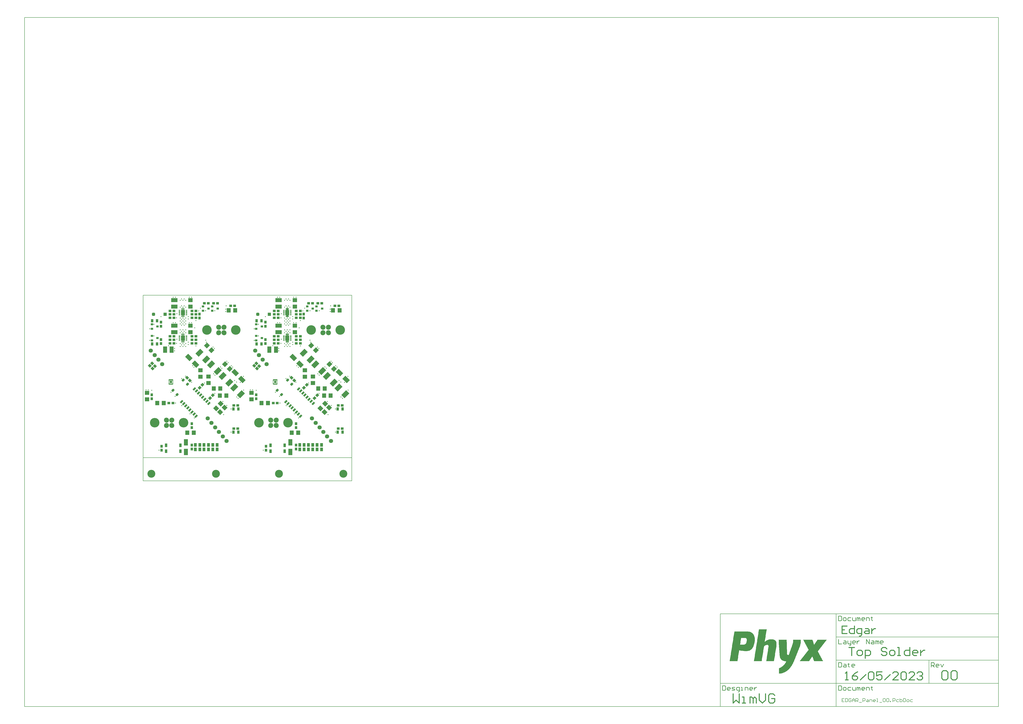
<source format=gts>
G04*
G04 #@! TF.GenerationSoftware,Altium Limited,Altium Designer,23.5.0 (17)*
G04*
G04 Layer_Color=8388736*
%FSLAX25Y25*%
%MOIN*%
G70*
G04*
G04 #@! TF.SameCoordinates,B4EA8652-FAED-489D-AB06-0C51CEF096E7*
G04*
G04*
G04 #@! TF.FilePolarity,Negative*
G04*
G01*
G75*
%ADD10C,0.01575*%
%ADD11C,0.00591*%
%ADD13C,0.00984*%
%ADD39C,0.00787*%
G04:AMPARAMS|DCode=62|XSize=29.13mil|YSize=55.91mil|CornerRadius=0mil|HoleSize=0mil|Usage=FLASHONLY|Rotation=135.000|XOffset=0mil|YOffset=0mil|HoleType=Round|Shape=Rectangle|*
%AMROTATEDRECTD62*
4,1,4,0.03007,0.00947,-0.00947,-0.03007,-0.03007,-0.00947,0.00947,0.03007,0.03007,0.00947,0.0*
%
%ADD62ROTATEDRECTD62*%

%ADD63R,0.04331X0.04724*%
G04:AMPARAMS|DCode=64|XSize=43.31mil|YSize=47.24mil|CornerRadius=0mil|HoleSize=0mil|Usage=FLASHONLY|Rotation=225.000|XOffset=0mil|YOffset=0mil|HoleType=Round|Shape=Rectangle|*
%AMROTATEDRECTD64*
4,1,4,-0.00139,0.03202,0.03202,-0.00139,0.00139,-0.03202,-0.03202,0.00139,-0.00139,0.03202,0.0*
%
%ADD64ROTATEDRECTD64*%

G04:AMPARAMS|DCode=65|XSize=47.24mil|YSize=39.37mil|CornerRadius=10.83mil|HoleSize=0mil|Usage=FLASHONLY|Rotation=45.000|XOffset=0mil|YOffset=0mil|HoleType=Round|Shape=RoundedRectangle|*
%AMROUNDEDRECTD65*
21,1,0.04724,0.01772,0,0,45.0*
21,1,0.02559,0.03937,0,0,45.0*
1,1,0.02165,0.01531,0.00278*
1,1,0.02165,-0.00278,-0.01531*
1,1,0.02165,-0.01531,-0.00278*
1,1,0.02165,0.00278,0.01531*
%
%ADD65ROUNDEDRECTD65*%
%ADD66R,0.04331X0.05906*%
%ADD67R,0.06693X0.07480*%
%ADD68R,0.04724X0.04331*%
%ADD69R,0.07087X0.10630*%
%ADD70R,0.05118X0.06299*%
%ADD71O,0.03150X0.01378*%
%ADD72R,0.11024X0.06693*%
%ADD73R,0.07480X0.06693*%
%ADD74R,0.04331X0.03740*%
%ADD75R,0.04331X0.03740*%
G04:AMPARAMS|DCode=76|XSize=43.31mil|YSize=47.24mil|CornerRadius=0mil|HoleSize=0mil|Usage=FLASHONLY|Rotation=135.000|XOffset=0mil|YOffset=0mil|HoleType=Round|Shape=Rectangle|*
%AMROTATEDRECTD76*
4,1,4,0.03202,0.00139,-0.00139,-0.03202,-0.03202,-0.00139,0.00139,0.03202,0.03202,0.00139,0.0*
%
%ADD76ROTATEDRECTD76*%

G04:AMPARAMS|DCode=77|XSize=74.8mil|YSize=66.93mil|CornerRadius=0mil|HoleSize=0mil|Usage=FLASHONLY|Rotation=315.000|XOffset=0mil|YOffset=0mil|HoleType=Round|Shape=Rectangle|*
%AMROTATEDRECTD77*
4,1,4,-0.05011,0.00278,-0.00278,0.05011,0.05011,-0.00278,0.00278,-0.05011,-0.05011,0.00278,0.0*
%
%ADD77ROTATEDRECTD77*%

G04:AMPARAMS|DCode=78|XSize=74.8mil|YSize=66.93mil|CornerRadius=0mil|HoleSize=0mil|Usage=FLASHONLY|Rotation=225.000|XOffset=0mil|YOffset=0mil|HoleType=Round|Shape=Rectangle|*
%AMROTATEDRECTD78*
4,1,4,0.00278,0.05011,0.05011,0.00278,-0.00278,-0.05011,-0.05011,-0.00278,0.00278,0.05011,0.0*
%
%ADD78ROTATEDRECTD78*%

G04:AMPARAMS|DCode=79|XSize=106.3mil|YSize=70.87mil|CornerRadius=0mil|HoleSize=0mil|Usage=FLASHONLY|Rotation=135.000|XOffset=0mil|YOffset=0mil|HoleType=Round|Shape=Rectangle|*
%AMROTATEDRECTD79*
4,1,4,0.06264,-0.01253,0.01253,-0.06264,-0.06264,0.01253,-0.01253,0.06264,0.06264,-0.01253,0.0*
%
%ADD79ROTATEDRECTD79*%

G04:AMPARAMS|DCode=80|XSize=78.74mil|YSize=114.17mil|CornerRadius=0mil|HoleSize=0mil|Usage=FLASHONLY|Rotation=315.000|XOffset=0mil|YOffset=0mil|HoleType=Round|Shape=Rectangle|*
%AMROTATEDRECTD80*
4,1,4,-0.06821,-0.01253,0.01253,0.06821,0.06821,0.01253,-0.01253,-0.06821,-0.06821,-0.01253,0.0*
%
%ADD80ROTATEDRECTD80*%

%ADD81R,0.06693X0.11024*%
%ADD82R,0.04331X0.05512*%
%ADD83C,0.13386*%
%ADD84C,0.16142*%
G04:AMPARAMS|DCode=85|XSize=86.61mil|YSize=82.68mil|CornerRadius=0mil|HoleSize=0mil|Usage=FLASHONLY|Rotation=225.000|XOffset=0mil|YOffset=0mil|HoleType=Round|Shape=Round|*
%AMOVALD85*
21,1,0.00394,0.08268,0.00000,0.00000,225.0*
1,1,0.08268,0.00139,0.00139*
1,1,0.08268,-0.00139,-0.00139*
%
%ADD85OVALD85*%

G04:AMPARAMS|DCode=86|XSize=86.61mil|YSize=82.68mil|CornerRadius=0mil|HoleSize=0mil|Usage=FLASHONLY|Rotation=135.000|XOffset=0mil|YOffset=0mil|HoleType=Round|Shape=Round|*
%AMOVALD86*
21,1,0.00394,0.08268,0.00000,0.00000,135.0*
1,1,0.08268,0.00139,-0.00139*
1,1,0.08268,-0.00139,0.00139*
%
%ADD86OVALD86*%

%ADD87C,0.07087*%
%ADD88R,0.05315X0.05315*%
G04:AMPARAMS|DCode=89|XSize=53.15mil|YSize=53.15mil|CornerRadius=14.27mil|HoleSize=0mil|Usage=FLASHONLY|Rotation=180.000|XOffset=0mil|YOffset=0mil|HoleType=Round|Shape=RoundedRectangle|*
%AMROUNDEDRECTD89*
21,1,0.05315,0.02461,0,0,180.0*
21,1,0.02461,0.05315,0,0,180.0*
1,1,0.02854,-0.01230,0.01230*
1,1,0.02854,0.01230,0.01230*
1,1,0.02854,0.01230,-0.01230*
1,1,0.02854,-0.01230,-0.01230*
%
%ADD89ROUNDEDRECTD89*%
%ADD90C,0.01772*%
%ADD91C,0.02756*%
G36*
X246495Y253737D02*
X246532Y253726D01*
X246567Y253708D01*
X246597Y253683D01*
X246621Y253653D01*
X246639Y253619D01*
X246651Y253582D01*
X246655Y253543D01*
Y250591D01*
X248031D01*
X248070Y250588D01*
X248107Y250576D01*
X248141Y250558D01*
X248171Y250534D01*
X248196Y250504D01*
X248214Y250469D01*
X248225Y250432D01*
X248229Y250394D01*
Y241732D01*
X248225Y241694D01*
X248214Y241657D01*
X248196Y241622D01*
X248171Y241592D01*
X248141Y241568D01*
X248107Y241549D01*
X248070Y241538D01*
X248031Y241534D01*
X246655D01*
Y238583D01*
X246651Y238544D01*
X246639Y238507D01*
X246621Y238473D01*
X246597Y238443D01*
X246567Y238418D01*
X246532Y238400D01*
X246495Y238389D01*
X246457Y238385D01*
X245276D01*
X245237Y238389D01*
X245200Y238400D01*
X245166Y238418D01*
X245136Y238443D01*
X245111Y238473D01*
X245093Y238507D01*
X245082Y238544D01*
X245078Y238583D01*
Y241928D01*
X244686D01*
Y238583D01*
X244682Y238544D01*
X244671Y238507D01*
X244653Y238473D01*
X244628Y238443D01*
X244598Y238418D01*
X244564Y238400D01*
X244527Y238389D01*
X244488Y238385D01*
X243307D01*
X243268Y238389D01*
X243231Y238400D01*
X243197Y238418D01*
X243167Y238443D01*
X243143Y238473D01*
X243124Y238507D01*
X243113Y238544D01*
X243109Y238583D01*
Y241534D01*
X241732D01*
X241694Y241538D01*
X241657Y241549D01*
X241622Y241568D01*
X241592Y241592D01*
X241568Y241622D01*
X241549Y241657D01*
X241538Y241694D01*
X241534Y241732D01*
Y250394D01*
X241538Y250432D01*
X241549Y250469D01*
X241568Y250504D01*
X241592Y250534D01*
X241622Y250558D01*
X241657Y250576D01*
X241694Y250588D01*
X241732Y250591D01*
X243109D01*
Y253543D01*
X243113Y253582D01*
X243124Y253619D01*
X243143Y253653D01*
X243167Y253683D01*
X243197Y253708D01*
X243231Y253726D01*
X243268Y253737D01*
X243307Y253741D01*
X244488D01*
X244527Y253737D01*
X244564Y253726D01*
X244598Y253708D01*
X244628Y253683D01*
X244653Y253653D01*
X244671Y253619D01*
X244682Y253582D01*
X244686Y253543D01*
Y250198D01*
X245078D01*
Y253543D01*
X245082Y253582D01*
X245093Y253619D01*
X245111Y253653D01*
X245136Y253683D01*
X245166Y253708D01*
X245200Y253726D01*
X245237Y253737D01*
X245276Y253741D01*
X246457D01*
X246495Y253737D01*
D02*
G37*
G36*
X69330D02*
X69367Y253726D01*
X69401Y253708D01*
X69431Y253683D01*
X69456Y253653D01*
X69474Y253619D01*
X69485Y253582D01*
X69489Y253543D01*
Y250591D01*
X70866D01*
X70905Y250588D01*
X70942Y250576D01*
X70976Y250558D01*
X71006Y250534D01*
X71031Y250504D01*
X71049Y250469D01*
X71060Y250432D01*
X71064Y250394D01*
Y241732D01*
X71060Y241694D01*
X71049Y241657D01*
X71031Y241622D01*
X71006Y241592D01*
X70976Y241568D01*
X70942Y241549D01*
X70905Y241538D01*
X70866Y241534D01*
X69489D01*
Y238583D01*
X69485Y238544D01*
X69474Y238507D01*
X69456Y238473D01*
X69431Y238443D01*
X69401Y238418D01*
X69367Y238400D01*
X69330Y238389D01*
X69291Y238385D01*
X68110D01*
X68072Y238389D01*
X68035Y238400D01*
X68000Y238418D01*
X67970Y238443D01*
X67946Y238473D01*
X67927Y238507D01*
X67916Y238544D01*
X67913Y238583D01*
Y241928D01*
X67521D01*
Y238583D01*
X67517Y238544D01*
X67506Y238507D01*
X67487Y238473D01*
X67463Y238443D01*
X67433Y238418D01*
X67399Y238400D01*
X67361Y238389D01*
X67323Y238385D01*
X66142D01*
X66103Y238389D01*
X66066Y238400D01*
X66032Y238418D01*
X66002Y238443D01*
X65977Y238473D01*
X65959Y238507D01*
X65948Y238544D01*
X65944Y238583D01*
Y241534D01*
X64567D01*
X64528Y241538D01*
X64491Y241549D01*
X64457Y241568D01*
X64427Y241592D01*
X64403Y241622D01*
X64384Y241657D01*
X64373Y241694D01*
X64369Y241732D01*
Y250394D01*
X64373Y250432D01*
X64384Y250469D01*
X64403Y250504D01*
X64427Y250534D01*
X64457Y250558D01*
X64491Y250576D01*
X64528Y250588D01*
X64567Y250591D01*
X65944D01*
Y253543D01*
X65948Y253582D01*
X65959Y253619D01*
X65977Y253653D01*
X66002Y253683D01*
X66032Y253708D01*
X66066Y253726D01*
X66103Y253737D01*
X66142Y253741D01*
X67323D01*
X67361Y253737D01*
X67399Y253726D01*
X67433Y253708D01*
X67463Y253683D01*
X67487Y253653D01*
X67506Y253619D01*
X67517Y253582D01*
X67521Y253543D01*
Y250198D01*
X67913D01*
Y253543D01*
X67916Y253582D01*
X67927Y253619D01*
X67946Y253653D01*
X67970Y253683D01*
X68000Y253708D01*
X68035Y253726D01*
X68072Y253737D01*
X68110Y253741D01*
X69291D01*
X69330Y253737D01*
D02*
G37*
G36*
X246495Y210430D02*
X246532Y210419D01*
X246567Y210401D01*
X246597Y210376D01*
X246621Y210346D01*
X246639Y210312D01*
X246651Y210275D01*
X246655Y210236D01*
Y207284D01*
X248031D01*
X248070Y207281D01*
X248107Y207269D01*
X248141Y207251D01*
X248171Y207226D01*
X248196Y207196D01*
X248214Y207162D01*
X248225Y207125D01*
X248229Y207087D01*
Y198425D01*
X248225Y198387D01*
X248214Y198349D01*
X248196Y198315D01*
X248171Y198285D01*
X248141Y198261D01*
X248107Y198242D01*
X248070Y198231D01*
X248031Y198227D01*
X246655D01*
Y195276D01*
X246651Y195237D01*
X246639Y195200D01*
X246621Y195166D01*
X246597Y195136D01*
X246567Y195111D01*
X246532Y195093D01*
X246495Y195082D01*
X246457Y195078D01*
X245276D01*
X245237Y195082D01*
X245200Y195093D01*
X245166Y195111D01*
X245136Y195136D01*
X245111Y195166D01*
X245093Y195200D01*
X245082Y195237D01*
X245078Y195276D01*
Y198621D01*
X244686D01*
Y195276D01*
X244682Y195237D01*
X244671Y195200D01*
X244653Y195166D01*
X244628Y195136D01*
X244598Y195111D01*
X244564Y195093D01*
X244527Y195082D01*
X244488Y195078D01*
X243307D01*
X243268Y195082D01*
X243231Y195093D01*
X243197Y195111D01*
X243167Y195136D01*
X243143Y195166D01*
X243124Y195200D01*
X243113Y195237D01*
X243109Y195276D01*
Y198227D01*
X241732D01*
X241694Y198231D01*
X241657Y198242D01*
X241622Y198261D01*
X241592Y198285D01*
X241568Y198315D01*
X241549Y198349D01*
X241538Y198387D01*
X241534Y198425D01*
Y207087D01*
X241538Y207125D01*
X241549Y207162D01*
X241568Y207196D01*
X241592Y207226D01*
X241622Y207251D01*
X241657Y207269D01*
X241694Y207281D01*
X241732Y207284D01*
X243109D01*
Y210236D01*
X243113Y210275D01*
X243124Y210312D01*
X243143Y210346D01*
X243167Y210376D01*
X243197Y210401D01*
X243231Y210419D01*
X243268Y210430D01*
X243307Y210434D01*
X244488D01*
X244527Y210430D01*
X244564Y210419D01*
X244598Y210401D01*
X244628Y210376D01*
X244653Y210346D01*
X244671Y210312D01*
X244682Y210275D01*
X244686Y210236D01*
Y206891D01*
X245078D01*
Y210236D01*
X245082Y210275D01*
X245093Y210312D01*
X245111Y210346D01*
X245136Y210376D01*
X245166Y210401D01*
X245200Y210419D01*
X245237Y210430D01*
X245276Y210434D01*
X246457D01*
X246495Y210430D01*
D02*
G37*
G36*
X69330D02*
X69367Y210419D01*
X69401Y210401D01*
X69431Y210376D01*
X69456Y210346D01*
X69474Y210312D01*
X69485Y210275D01*
X69489Y210236D01*
Y207284D01*
X70866D01*
X70905Y207281D01*
X70942Y207269D01*
X70976Y207251D01*
X71006Y207226D01*
X71031Y207196D01*
X71049Y207162D01*
X71060Y207125D01*
X71064Y207087D01*
Y198425D01*
X71060Y198387D01*
X71049Y198349D01*
X71031Y198315D01*
X71006Y198285D01*
X70976Y198261D01*
X70942Y198242D01*
X70905Y198231D01*
X70866Y198227D01*
X69489D01*
Y195276D01*
X69485Y195237D01*
X69474Y195200D01*
X69456Y195166D01*
X69431Y195136D01*
X69401Y195111D01*
X69367Y195093D01*
X69330Y195082D01*
X69291Y195078D01*
X68110D01*
X68072Y195082D01*
X68035Y195093D01*
X68000Y195111D01*
X67970Y195136D01*
X67946Y195166D01*
X67927Y195200D01*
X67916Y195237D01*
X67913Y195276D01*
Y198621D01*
X67521D01*
Y195276D01*
X67517Y195237D01*
X67506Y195200D01*
X67487Y195166D01*
X67463Y195136D01*
X67433Y195111D01*
X67399Y195093D01*
X67361Y195082D01*
X67323Y195078D01*
X66142D01*
X66103Y195082D01*
X66066Y195093D01*
X66032Y195111D01*
X66002Y195136D01*
X65977Y195166D01*
X65959Y195200D01*
X65948Y195237D01*
X65944Y195276D01*
Y198227D01*
X64567D01*
X64528Y198231D01*
X64491Y198242D01*
X64457Y198261D01*
X64427Y198285D01*
X64403Y198315D01*
X64384Y198349D01*
X64373Y198387D01*
X64369Y198425D01*
Y207087D01*
X64373Y207125D01*
X64384Y207162D01*
X64403Y207196D01*
X64427Y207226D01*
X64457Y207251D01*
X64491Y207269D01*
X64528Y207281D01*
X64567Y207284D01*
X65944D01*
Y210236D01*
X65948Y210275D01*
X65959Y210312D01*
X65977Y210346D01*
X66002Y210376D01*
X66032Y210401D01*
X66066Y210419D01*
X66103Y210430D01*
X66142Y210434D01*
X67323D01*
X67361Y210430D01*
X67399Y210419D01*
X67433Y210401D01*
X67463Y210376D01*
X67487Y210346D01*
X67506Y210312D01*
X67517Y210275D01*
X67521Y210236D01*
Y206891D01*
X67913D01*
Y210236D01*
X67916Y210275D01*
X67927Y210312D01*
X67946Y210346D01*
X67970Y210376D01*
X68000Y210401D01*
X68035Y210419D01*
X68072Y210430D01*
X68110Y210434D01*
X69291D01*
X69330Y210430D01*
D02*
G37*
G36*
X227719Y132792D02*
X227801D01*
Y132711D01*
X228046D01*
Y132629D01*
X227964D01*
X227964Y132547D01*
X228046D01*
X228046Y132465D01*
X228128D01*
Y132384D01*
X228209D01*
Y132302D01*
X228128D01*
Y132220D01*
X228209D01*
Y132139D01*
Y132057D01*
Y131975D01*
X228209Y131893D01*
Y131812D01*
Y131730D01*
X228209Y131648D01*
Y131567D01*
Y131485D01*
Y131403D01*
Y131321D01*
Y131240D01*
Y131158D01*
X228209Y131076D01*
X228209Y130994D01*
Y130913D01*
Y130831D01*
Y130749D01*
Y130667D01*
Y130586D01*
Y130504D01*
X228209Y130422D01*
X228209Y130341D01*
Y130259D01*
Y130177D01*
Y130096D01*
Y130014D01*
Y129932D01*
Y129850D01*
X228209Y129769D01*
Y129687D01*
Y129605D01*
X228209Y129523D01*
Y129442D01*
Y129360D01*
Y129278D01*
Y129197D01*
Y129115D01*
Y129033D01*
Y128951D01*
X228209Y128870D01*
X228209Y128788D01*
Y128706D01*
Y128624D01*
Y128543D01*
Y128461D01*
Y128379D01*
X228209Y128298D01*
X228209Y128216D01*
Y128134D01*
Y128052D01*
Y127971D01*
Y127889D01*
Y127807D01*
Y127726D01*
Y127644D01*
X228209Y127562D01*
X228209Y127480D01*
Y127399D01*
Y127317D01*
Y127235D01*
X228209Y127154D01*
X228209Y127072D01*
X228209Y126990D01*
X228209Y126908D01*
Y126827D01*
Y126745D01*
Y126663D01*
Y126581D01*
Y126500D01*
Y126418D01*
Y126336D01*
X228209Y126254D01*
X228209Y126173D01*
Y126091D01*
Y126009D01*
Y125928D01*
X228209Y125846D01*
X228209Y125764D01*
X228209Y125682D01*
X228209Y125601D01*
Y125519D01*
Y125437D01*
Y125356D01*
Y125274D01*
Y125192D01*
Y125110D01*
X228209Y125029D01*
Y124947D01*
X228209Y124865D01*
Y124784D01*
Y124702D01*
Y124620D01*
Y124538D01*
Y124457D01*
X228128D01*
Y124375D01*
Y124293D01*
X227964D01*
X227964Y124212D01*
X228046D01*
Y124130D01*
X227801Y124130D01*
Y124048D01*
X227719D01*
Y123966D01*
X220936D01*
Y124048D01*
X220854D01*
Y124130D01*
X220773Y124130D01*
Y124212D01*
X220691D01*
Y124293D01*
X220609D01*
Y124375D01*
X220691D01*
Y124457D01*
X220528D01*
Y124538D01*
Y124620D01*
Y124702D01*
Y124784D01*
X220446D01*
Y124865D01*
X220528D01*
Y124947D01*
X220446D01*
Y125029D01*
X220528Y125029D01*
Y125110D01*
X220446D01*
Y125192D01*
X220528D01*
Y125274D01*
X220446D01*
Y125356D01*
X220528D01*
Y125437D01*
X220446D01*
Y125519D01*
X220528D01*
Y125601D01*
X220446D01*
Y125682D01*
X220528D01*
Y125764D01*
X220446D01*
Y125846D01*
X220528D01*
Y125928D01*
X220446D01*
Y126009D01*
X220528D01*
Y126091D01*
X220446D01*
Y126173D01*
X220528D01*
Y126254D01*
X220446D01*
Y126336D01*
X220528D01*
Y126418D01*
X220446D01*
Y126500D01*
X220528D01*
Y126581D01*
X220446D01*
Y126663D01*
X220528D01*
Y126745D01*
X220446D01*
Y126827D01*
X220528D01*
Y126908D01*
X220446D01*
Y126990D01*
X220528D01*
Y127072D01*
X220446D01*
Y127154D01*
X220528Y127154D01*
Y127235D01*
X220446D01*
Y127317D01*
X220528D01*
Y127399D01*
X220446D01*
Y127480D01*
X220528D01*
Y127562D01*
X220446Y127562D01*
Y127644D01*
X220528D01*
Y127726D01*
X220446D01*
Y127807D01*
X220528D01*
Y127889D01*
X220446D01*
Y127971D01*
X220528D01*
Y128052D01*
X220446D01*
Y128134D01*
X220528D01*
Y128216D01*
X220446D01*
Y128298D01*
X220528D01*
Y128379D01*
X220446D01*
Y128461D01*
X220528D01*
Y128543D01*
X220446D01*
Y128624D01*
X220528D01*
Y128706D01*
X220446D01*
Y128788D01*
X220528D01*
Y128870D01*
X220446D01*
Y128951D01*
X220528D01*
Y129033D01*
X220446D01*
Y129115D01*
X220528D01*
Y129197D01*
X220446D01*
Y129278D01*
X220528D01*
Y129360D01*
X220446D01*
Y129442D01*
X220528D01*
Y129523D01*
X220446D01*
Y129605D01*
X220528Y129605D01*
Y129687D01*
X220446Y129687D01*
Y129769D01*
X220528D01*
Y129850D01*
X220446D01*
Y129932D01*
X220528D01*
Y130014D01*
X220446D01*
Y130096D01*
X220528D01*
Y130177D01*
X220446D01*
Y130259D01*
X220528D01*
Y130341D01*
X220446D01*
Y130422D01*
X220528Y130422D01*
Y130504D01*
X220446D01*
Y130586D01*
X220528D01*
Y130667D01*
X220446D01*
Y130749D01*
X220528D01*
Y130831D01*
X220446D01*
Y130913D01*
X220528D01*
Y130994D01*
X220446D01*
Y131076D01*
X220528Y131076D01*
Y131158D01*
X220446D01*
Y131240D01*
X220528D01*
Y131321D01*
X220446D01*
Y131403D01*
X220528D01*
Y131485D01*
X220446D01*
Y131567D01*
X220528D01*
Y131648D01*
X220446D01*
Y131730D01*
X220528D01*
Y131812D01*
X220446Y131812D01*
Y131893D01*
X220528Y131893D01*
Y131975D01*
X220446D01*
Y132057D01*
X220528D01*
Y132139D01*
Y132220D01*
Y132302D01*
X220609D01*
Y132384D01*
Y132465D01*
Y132547D01*
X220691Y132547D01*
Y132629D01*
X220773Y132629D01*
Y132711D01*
X220854D01*
Y132792D01*
X220936D01*
Y132874D01*
X221018D01*
Y132792D01*
X221100D01*
Y132874D01*
X227719D01*
Y132792D01*
D02*
G37*
G36*
X50554D02*
X50635D01*
Y132711D01*
X50881D01*
Y132629D01*
X50799D01*
X50799Y132547D01*
X50881D01*
X50881Y132465D01*
X50962D01*
Y132384D01*
X51044D01*
Y132302D01*
X50962D01*
Y132220D01*
X51044D01*
Y132139D01*
Y132057D01*
Y131975D01*
X51044Y131893D01*
Y131812D01*
Y131730D01*
X51044Y131648D01*
Y131567D01*
Y131485D01*
Y131403D01*
Y131321D01*
Y131240D01*
Y131158D01*
X51044Y131076D01*
X51044Y130994D01*
Y130913D01*
Y130831D01*
Y130749D01*
Y130667D01*
Y130586D01*
Y130504D01*
X51044Y130422D01*
X51044Y130341D01*
Y130259D01*
Y130177D01*
Y130096D01*
Y130014D01*
Y129932D01*
Y129850D01*
X51044Y129769D01*
Y129687D01*
Y129605D01*
X51044Y129523D01*
Y129442D01*
Y129360D01*
Y129278D01*
Y129197D01*
Y129115D01*
Y129033D01*
Y128951D01*
X51044Y128870D01*
X51044Y128788D01*
Y128706D01*
Y128624D01*
Y128543D01*
Y128461D01*
Y128379D01*
X51044Y128298D01*
X51044Y128216D01*
Y128134D01*
Y128052D01*
Y127971D01*
Y127889D01*
Y127807D01*
Y127726D01*
Y127644D01*
X51044Y127562D01*
X51044Y127480D01*
Y127399D01*
Y127317D01*
Y127235D01*
X51044Y127154D01*
X51044Y127072D01*
X51044Y126990D01*
X51044Y126908D01*
Y126827D01*
Y126745D01*
Y126663D01*
Y126581D01*
Y126500D01*
Y126418D01*
Y126336D01*
X51044Y126254D01*
X51044Y126173D01*
Y126091D01*
Y126009D01*
Y125928D01*
X51044Y125846D01*
X51044Y125764D01*
X51044Y125682D01*
X51044Y125601D01*
Y125519D01*
Y125437D01*
Y125356D01*
Y125274D01*
Y125192D01*
Y125110D01*
X51044Y125029D01*
Y124947D01*
X51044Y124865D01*
Y124784D01*
Y124702D01*
Y124620D01*
Y124538D01*
Y124457D01*
X50962D01*
Y124375D01*
Y124293D01*
X50799D01*
X50799Y124212D01*
X50881D01*
Y124130D01*
X50635Y124130D01*
Y124048D01*
X50554D01*
Y123966D01*
X43771D01*
Y124048D01*
X43689D01*
Y124130D01*
X43608Y124130D01*
Y124212D01*
X43526D01*
Y124293D01*
X43444D01*
Y124375D01*
X43526D01*
Y124457D01*
X43362D01*
Y124538D01*
Y124620D01*
Y124702D01*
Y124784D01*
X43281D01*
Y124865D01*
X43362D01*
Y124947D01*
X43281D01*
Y125029D01*
X43362Y125029D01*
Y125110D01*
X43281D01*
Y125192D01*
X43362D01*
Y125274D01*
X43281D01*
Y125356D01*
X43362D01*
Y125437D01*
X43281D01*
Y125519D01*
X43362D01*
Y125601D01*
X43281D01*
Y125682D01*
X43362D01*
Y125764D01*
X43281D01*
Y125846D01*
X43362D01*
Y125928D01*
X43281D01*
Y126009D01*
X43362D01*
Y126091D01*
X43281D01*
Y126173D01*
X43362D01*
Y126254D01*
X43281D01*
Y126336D01*
X43362D01*
Y126418D01*
X43281D01*
Y126500D01*
X43362D01*
Y126581D01*
X43281D01*
Y126663D01*
X43362D01*
Y126745D01*
X43281D01*
Y126827D01*
X43362D01*
Y126908D01*
X43281D01*
Y126990D01*
X43362D01*
Y127072D01*
X43281D01*
Y127154D01*
X43362Y127154D01*
Y127235D01*
X43281D01*
Y127317D01*
X43362D01*
Y127399D01*
X43281D01*
Y127480D01*
X43362D01*
Y127562D01*
X43281Y127562D01*
Y127644D01*
X43362D01*
Y127726D01*
X43281D01*
Y127807D01*
X43362D01*
Y127889D01*
X43281D01*
Y127971D01*
X43362D01*
Y128052D01*
X43281D01*
Y128134D01*
X43362D01*
Y128216D01*
X43281D01*
Y128298D01*
X43362D01*
Y128379D01*
X43281D01*
Y128461D01*
X43362D01*
Y128543D01*
X43281D01*
Y128624D01*
X43362D01*
Y128706D01*
X43281D01*
Y128788D01*
X43362D01*
Y128870D01*
X43281D01*
Y128951D01*
X43362D01*
Y129033D01*
X43281D01*
Y129115D01*
X43362D01*
Y129197D01*
X43281D01*
Y129278D01*
X43362D01*
Y129360D01*
X43281D01*
Y129442D01*
X43362D01*
Y129523D01*
X43281D01*
Y129605D01*
X43362Y129605D01*
Y129687D01*
X43281Y129687D01*
Y129769D01*
X43362D01*
Y129850D01*
X43281D01*
Y129932D01*
X43362D01*
Y130014D01*
X43281D01*
Y130096D01*
X43362D01*
Y130177D01*
X43281D01*
Y130259D01*
X43362D01*
Y130341D01*
X43281D01*
Y130422D01*
X43362Y130422D01*
Y130504D01*
X43281D01*
Y130586D01*
X43362D01*
Y130667D01*
X43281D01*
Y130749D01*
X43362D01*
Y130831D01*
X43281D01*
Y130913D01*
X43362D01*
Y130994D01*
X43281D01*
Y131076D01*
X43362Y131076D01*
Y131158D01*
X43281D01*
Y131240D01*
X43362D01*
Y131321D01*
X43281D01*
Y131403D01*
X43362D01*
Y131485D01*
X43281D01*
Y131567D01*
X43362D01*
Y131648D01*
X43281D01*
Y131730D01*
X43362D01*
Y131812D01*
X43281Y131812D01*
Y131893D01*
X43362Y131893D01*
Y131975D01*
X43281D01*
Y132057D01*
X43362D01*
Y132139D01*
Y132220D01*
Y132302D01*
X43444D01*
Y132384D01*
Y132465D01*
Y132547D01*
X43526Y132547D01*
Y132629D01*
X43608Y132629D01*
Y132711D01*
X43689D01*
Y132792D01*
X43771D01*
Y132874D01*
X43853D01*
Y132792D01*
X43934D01*
Y132874D01*
X50554D01*
Y132792D01*
D02*
G37*
G36*
X1160849Y-309351D02*
X1160562D01*
Y-309637D01*
X1160276D01*
Y-309924D01*
Y-310210D01*
X1159990D01*
Y-310496D01*
X1159703D01*
Y-310783D01*
X1159417D01*
Y-311069D01*
Y-311355D01*
X1159131D01*
Y-311642D01*
X1158844D01*
Y-311928D01*
X1158558D01*
Y-312214D01*
X1158272D01*
Y-312501D01*
Y-312787D01*
X1157985D01*
Y-313073D01*
X1157699D01*
Y-313359D01*
X1157413D01*
Y-313646D01*
Y-313932D01*
X1157127D01*
Y-314218D01*
X1156840D01*
Y-314505D01*
X1156554D01*
Y-314791D01*
X1156268D01*
Y-315077D01*
Y-315364D01*
X1155981D01*
Y-315650D01*
X1155695D01*
Y-315936D01*
X1155409D01*
Y-316223D01*
Y-316509D01*
X1155122D01*
Y-316795D01*
X1154836D01*
Y-317081D01*
X1154550D01*
Y-317368D01*
Y-317654D01*
X1154263D01*
Y-317940D01*
X1153977D01*
Y-318227D01*
X1153691D01*
Y-318513D01*
X1153405D01*
Y-318799D01*
Y-319086D01*
X1153118D01*
Y-319372D01*
X1152832D01*
Y-319658D01*
X1152546D01*
Y-319945D01*
Y-320231D01*
X1152259D01*
Y-320517D01*
X1151973D01*
Y-320803D01*
X1151687D01*
Y-321090D01*
Y-321376D01*
X1151400D01*
Y-321662D01*
X1151114D01*
Y-321949D01*
X1150828D01*
Y-322235D01*
X1150541D01*
Y-322521D01*
Y-322808D01*
X1150255D01*
Y-323094D01*
X1149969D01*
Y-323380D01*
X1149682D01*
Y-323667D01*
Y-323953D01*
X1149396D01*
Y-324239D01*
X1149110D01*
Y-324526D01*
X1148824D01*
Y-324812D01*
Y-325098D01*
X1148537D01*
Y-325384D01*
X1148251D01*
Y-325671D01*
X1147965D01*
Y-325957D01*
X1147678D01*
Y-326243D01*
Y-326530D01*
X1147392D01*
Y-326816D01*
X1147106D01*
Y-327102D01*
X1146819D01*
Y-327389D01*
Y-327675D01*
X1146533D01*
Y-327961D01*
X1146247D01*
Y-328248D01*
X1145960D01*
Y-328534D01*
X1145674D01*
Y-328820D01*
Y-329107D01*
X1145960D01*
Y-329393D01*
Y-329679D01*
X1146247D01*
Y-329965D01*
Y-330252D01*
X1146533D01*
Y-330538D01*
X1146819D01*
Y-330824D01*
Y-331111D01*
X1147106D01*
Y-331397D01*
Y-331683D01*
X1147392D01*
Y-331970D01*
Y-332256D01*
X1147678D01*
Y-332542D01*
Y-332829D01*
X1147965D01*
Y-333115D01*
Y-333401D01*
X1148251D01*
Y-333688D01*
Y-333974D01*
X1148537D01*
Y-334260D01*
Y-334547D01*
X1148824D01*
Y-334833D01*
Y-335119D01*
X1149110D01*
Y-335405D01*
X1149396D01*
Y-335692D01*
Y-335978D01*
X1149682D01*
Y-336264D01*
Y-336551D01*
X1149969D01*
Y-336837D01*
Y-337123D01*
X1150255D01*
Y-337410D01*
Y-337696D01*
X1150541D01*
Y-337982D01*
Y-338269D01*
X1150828D01*
Y-338555D01*
Y-338841D01*
X1151114D01*
Y-339128D01*
Y-339414D01*
X1151400D01*
Y-339700D01*
X1151687D01*
Y-339986D01*
Y-340273D01*
X1151973D01*
Y-340559D01*
Y-340845D01*
X1152259D01*
Y-341132D01*
Y-341418D01*
X1152546D01*
Y-341704D01*
Y-341991D01*
X1152832D01*
Y-342277D01*
Y-342563D01*
X1153118D01*
Y-342850D01*
Y-343136D01*
X1153405D01*
Y-343422D01*
Y-343709D01*
X1153691D01*
Y-343995D01*
X1153977D01*
Y-344281D01*
Y-344567D01*
X1154263D01*
Y-344854D01*
Y-345140D01*
X1154550D01*
Y-345427D01*
X1139375D01*
Y-345140D01*
X1139089D01*
Y-344854D01*
Y-344567D01*
Y-344281D01*
X1138803D01*
Y-343995D01*
Y-343709D01*
Y-343422D01*
X1138516D01*
Y-343136D01*
Y-342850D01*
X1138230D01*
Y-342563D01*
Y-342277D01*
Y-341991D01*
X1137944D01*
Y-341704D01*
Y-341418D01*
Y-341132D01*
X1137657D01*
Y-340845D01*
Y-340559D01*
X1137371D01*
Y-340273D01*
Y-339986D01*
Y-339700D01*
X1137085D01*
Y-339414D01*
Y-339128D01*
Y-338841D01*
X1136798D01*
Y-338555D01*
Y-338269D01*
Y-337982D01*
X1136512D01*
Y-337696D01*
X1135939D01*
Y-337982D01*
Y-338269D01*
X1135653D01*
Y-338555D01*
X1135367D01*
Y-338841D01*
Y-339128D01*
X1135081D01*
Y-339414D01*
X1134794D01*
Y-339700D01*
Y-339986D01*
X1134508D01*
Y-340273D01*
X1134221D01*
Y-340559D01*
Y-340845D01*
X1133935D01*
Y-341132D01*
X1133649D01*
Y-341418D01*
X1133363D01*
Y-341704D01*
Y-341991D01*
X1133076D01*
Y-342277D01*
X1132790D01*
Y-342563D01*
Y-342850D01*
X1132504D01*
Y-343136D01*
X1132217D01*
Y-343422D01*
Y-343709D01*
X1131931D01*
Y-343995D01*
X1131645D01*
Y-344281D01*
Y-344567D01*
X1131358D01*
Y-344854D01*
X1131072D01*
Y-345140D01*
Y-345427D01*
X1115039D01*
Y-345140D01*
X1115325D01*
Y-344854D01*
X1115611D01*
Y-344567D01*
X1115897D01*
Y-344281D01*
X1116184D01*
Y-343995D01*
Y-343709D01*
X1116470D01*
Y-343422D01*
X1116757D01*
Y-343136D01*
X1117043D01*
Y-342850D01*
X1117329D01*
Y-342563D01*
Y-342277D01*
X1117615D01*
Y-341991D01*
X1117902D01*
Y-341704D01*
X1118188D01*
Y-341418D01*
Y-341132D01*
X1118474D01*
Y-340845D01*
X1118761D01*
Y-340559D01*
X1119047D01*
Y-340273D01*
X1119333D01*
Y-339986D01*
Y-339700D01*
X1119620D01*
Y-339414D01*
X1119906D01*
Y-339128D01*
X1120192D01*
Y-338841D01*
X1120479D01*
Y-338555D01*
Y-338269D01*
X1120765D01*
Y-337982D01*
X1121051D01*
Y-337696D01*
X1121338D01*
Y-337410D01*
Y-337123D01*
X1121624D01*
Y-336837D01*
X1121910D01*
Y-336551D01*
X1122196D01*
Y-336264D01*
X1122483D01*
Y-335978D01*
Y-335692D01*
X1122769D01*
Y-335405D01*
X1123055D01*
Y-335119D01*
X1123342D01*
Y-334833D01*
Y-334547D01*
X1123628D01*
Y-334260D01*
X1123914D01*
Y-333974D01*
X1124201D01*
Y-333688D01*
X1124487D01*
Y-333401D01*
Y-333115D01*
X1124773D01*
Y-332829D01*
X1125060D01*
Y-332542D01*
X1125346D01*
Y-332256D01*
Y-331970D01*
X1125632D01*
Y-331683D01*
X1125918D01*
Y-331397D01*
X1126205D01*
Y-331111D01*
X1126491D01*
Y-330824D01*
Y-330538D01*
X1126777D01*
Y-330252D01*
X1127064D01*
Y-329965D01*
X1127350D01*
Y-329679D01*
X1127636D01*
Y-329393D01*
Y-329107D01*
X1127923D01*
Y-328820D01*
X1128209D01*
Y-328534D01*
X1128495D01*
Y-328248D01*
Y-327961D01*
X1128782D01*
Y-327675D01*
X1129068D01*
Y-327389D01*
X1129354D01*
Y-327102D01*
X1129640D01*
Y-326816D01*
Y-326530D01*
X1129927D01*
Y-326243D01*
Y-325957D01*
Y-325671D01*
X1129640D01*
Y-325384D01*
X1129354D01*
Y-325098D01*
Y-324812D01*
X1129068D01*
Y-324526D01*
Y-324239D01*
X1128782D01*
Y-323953D01*
Y-323667D01*
X1128495D01*
Y-323380D01*
Y-323094D01*
X1128209D01*
Y-322808D01*
Y-322521D01*
X1127923D01*
Y-322235D01*
Y-321949D01*
X1127636D01*
Y-321662D01*
X1127350D01*
Y-321376D01*
Y-321090D01*
X1127064D01*
Y-320803D01*
Y-320517D01*
X1126777D01*
Y-320231D01*
Y-319945D01*
X1126491D01*
Y-319658D01*
Y-319372D01*
X1126205D01*
Y-319086D01*
Y-318799D01*
X1125918D01*
Y-318513D01*
Y-318227D01*
X1125632D01*
Y-317940D01*
X1125346D01*
Y-317654D01*
Y-317368D01*
X1125060D01*
Y-317081D01*
Y-316795D01*
X1124773D01*
Y-316509D01*
Y-316223D01*
X1124487D01*
Y-315936D01*
Y-315650D01*
X1124201D01*
Y-315364D01*
Y-315077D01*
X1123914D01*
Y-314791D01*
Y-314505D01*
X1123628D01*
Y-314218D01*
Y-313932D01*
X1123342D01*
Y-313646D01*
X1123055D01*
Y-313359D01*
Y-313073D01*
X1122769D01*
Y-312787D01*
Y-312501D01*
X1122483D01*
Y-312214D01*
Y-311928D01*
X1122196D01*
Y-311642D01*
Y-311355D01*
X1121910D01*
Y-311069D01*
Y-310783D01*
X1121624D01*
Y-310496D01*
Y-310210D01*
X1121338D01*
Y-309924D01*
X1121051D01*
Y-309637D01*
Y-309351D01*
X1120765D01*
Y-309065D01*
X1136512D01*
Y-309351D01*
X1136798D01*
Y-309637D01*
Y-309924D01*
Y-310210D01*
X1137085D01*
Y-310496D01*
Y-310783D01*
Y-311069D01*
X1137371D01*
Y-311355D01*
Y-311642D01*
Y-311928D01*
X1137657D01*
Y-312214D01*
Y-312501D01*
Y-312787D01*
X1137944D01*
Y-313073D01*
Y-313359D01*
Y-313646D01*
X1138230D01*
Y-313932D01*
Y-314218D01*
Y-314505D01*
X1138516D01*
Y-314791D01*
Y-315077D01*
Y-315364D01*
X1138803D01*
Y-315650D01*
Y-315936D01*
Y-316223D01*
X1139089D01*
Y-316509D01*
Y-316795D01*
Y-317081D01*
Y-317368D01*
X1139662D01*
Y-317081D01*
X1139948D01*
Y-316795D01*
X1140234D01*
Y-316509D01*
Y-316223D01*
X1140520D01*
Y-315936D01*
X1140807D01*
Y-315650D01*
Y-315364D01*
X1141093D01*
Y-315077D01*
X1141379D01*
Y-314791D01*
Y-314505D01*
X1141666D01*
Y-314218D01*
X1141952D01*
Y-313932D01*
Y-313646D01*
X1142238D01*
Y-313359D01*
X1142525D01*
Y-313073D01*
Y-312787D01*
X1142811D01*
Y-312501D01*
X1143097D01*
Y-312214D01*
Y-311928D01*
X1143384D01*
Y-311642D01*
X1143670D01*
Y-311355D01*
Y-311069D01*
X1143956D01*
Y-310783D01*
X1144242D01*
Y-310496D01*
Y-310210D01*
X1144529D01*
Y-309924D01*
X1144815D01*
Y-309637D01*
Y-309351D01*
X1145101D01*
Y-309065D01*
X1160849D01*
Y-309351D01*
D02*
G37*
G36*
X1027713Y-295322D02*
X1029431D01*
Y-295608D01*
X1030290D01*
Y-295894D01*
X1031149D01*
Y-296181D01*
X1032008D01*
Y-296467D01*
X1032580D01*
Y-296753D01*
X1032867D01*
Y-297040D01*
X1033439D01*
Y-297326D01*
X1033726D01*
Y-297612D01*
X1034298D01*
Y-297899D01*
X1034585D01*
Y-298185D01*
X1034871D01*
Y-298471D01*
X1035157D01*
Y-298758D01*
X1035444D01*
Y-299044D01*
X1035730D01*
Y-299330D01*
X1036016D01*
Y-299616D01*
Y-299903D01*
X1036302D01*
Y-300189D01*
X1036589D01*
Y-300475D01*
Y-300762D01*
X1036875D01*
Y-301048D01*
X1037162D01*
Y-301334D01*
Y-301621D01*
X1037448D01*
Y-301907D01*
Y-302193D01*
Y-302480D01*
X1037734D01*
Y-302766D01*
Y-303052D01*
Y-303339D01*
X1038020D01*
Y-303625D01*
Y-303911D01*
Y-304197D01*
Y-304484D01*
X1038307D01*
Y-304770D01*
Y-305056D01*
Y-305343D01*
Y-305629D01*
Y-305915D01*
X1038593D01*
Y-306202D01*
Y-306488D01*
Y-306774D01*
Y-307061D01*
Y-307347D01*
Y-307633D01*
Y-307920D01*
Y-308206D01*
Y-308492D01*
Y-308778D01*
Y-309065D01*
Y-309351D01*
Y-309637D01*
Y-309924D01*
Y-310210D01*
Y-310496D01*
Y-310783D01*
Y-311069D01*
Y-311355D01*
Y-311642D01*
X1038307D01*
Y-311928D01*
Y-312214D01*
Y-312501D01*
Y-312787D01*
Y-313073D01*
Y-313359D01*
Y-313646D01*
X1038020D01*
Y-313932D01*
Y-314218D01*
Y-314505D01*
Y-314791D01*
Y-315077D01*
X1037734D01*
Y-315364D01*
Y-315650D01*
Y-315936D01*
Y-316223D01*
Y-316509D01*
X1037448D01*
Y-316795D01*
Y-317081D01*
Y-317368D01*
X1037162D01*
Y-317654D01*
Y-317940D01*
Y-318227D01*
Y-318513D01*
X1036875D01*
Y-318799D01*
Y-319086D01*
Y-319372D01*
X1036589D01*
Y-319658D01*
Y-319945D01*
X1036302D01*
Y-320231D01*
Y-320517D01*
Y-320803D01*
X1036016D01*
Y-321090D01*
Y-321376D01*
X1035730D01*
Y-321662D01*
Y-321949D01*
X1035444D01*
Y-322235D01*
Y-322521D01*
X1035157D01*
Y-322808D01*
X1034871D01*
Y-323094D01*
Y-323380D01*
X1034585D01*
Y-323667D01*
X1034298D01*
Y-323953D01*
X1034012D01*
Y-324239D01*
Y-324526D01*
X1033726D01*
Y-324812D01*
X1033439D01*
Y-325098D01*
X1033153D01*
Y-325384D01*
X1032867D01*
Y-325671D01*
X1032580D01*
Y-325957D01*
X1032008D01*
Y-326243D01*
X1031722D01*
Y-326530D01*
X1031149D01*
Y-326816D01*
X1030863D01*
Y-327102D01*
X1030290D01*
Y-327389D01*
X1029431D01*
Y-327675D01*
X1028572D01*
Y-327961D01*
X1027713D01*
Y-328248D01*
X1025995D01*
Y-328534D01*
X1020842D01*
Y-328248D01*
X1018265D01*
Y-327961D01*
X1016261D01*
Y-327675D01*
X1014829D01*
Y-327389D01*
X1013398D01*
Y-327102D01*
X1011966D01*
Y-327389D01*
Y-327675D01*
Y-327961D01*
Y-328248D01*
Y-328534D01*
Y-328820D01*
Y-329107D01*
X1011680D01*
Y-329393D01*
Y-329679D01*
Y-329965D01*
Y-330252D01*
Y-330538D01*
Y-330824D01*
X1011393D01*
Y-331111D01*
Y-331397D01*
Y-331683D01*
Y-331970D01*
Y-332256D01*
Y-332542D01*
X1011107D01*
Y-332829D01*
Y-333115D01*
Y-333401D01*
Y-333688D01*
Y-333974D01*
Y-334260D01*
Y-334547D01*
X1010821D01*
Y-334833D01*
Y-335119D01*
Y-335405D01*
Y-335692D01*
Y-335978D01*
Y-336264D01*
X1010534D01*
Y-336551D01*
Y-336837D01*
Y-337123D01*
Y-337410D01*
Y-337696D01*
Y-337982D01*
X1010248D01*
Y-338269D01*
Y-338555D01*
Y-338841D01*
Y-339128D01*
Y-339414D01*
Y-339700D01*
Y-339986D01*
X1009962D01*
Y-340273D01*
Y-340559D01*
Y-340845D01*
Y-341132D01*
Y-341418D01*
Y-341704D01*
X1009676D01*
Y-341991D01*
Y-342277D01*
Y-342563D01*
Y-342850D01*
Y-343136D01*
Y-343422D01*
X1009389D01*
Y-343709D01*
Y-343995D01*
Y-344281D01*
Y-344567D01*
Y-344854D01*
Y-345140D01*
Y-345427D01*
X995932D01*
Y-345140D01*
X996219D01*
Y-344854D01*
Y-344567D01*
Y-344281D01*
Y-343995D01*
Y-343709D01*
X996505D01*
Y-343422D01*
Y-343136D01*
Y-342850D01*
Y-342563D01*
Y-342277D01*
Y-341991D01*
Y-341704D01*
X996791D01*
Y-341418D01*
Y-341132D01*
Y-340845D01*
Y-340559D01*
Y-340273D01*
Y-339986D01*
X997078D01*
Y-339700D01*
Y-339414D01*
Y-339128D01*
Y-338841D01*
Y-338555D01*
Y-338269D01*
X997364D01*
Y-337982D01*
Y-337696D01*
Y-337410D01*
Y-337123D01*
Y-336837D01*
Y-336551D01*
Y-336264D01*
X997650D01*
Y-335978D01*
Y-335692D01*
Y-335405D01*
Y-335119D01*
Y-334833D01*
Y-334547D01*
X997937D01*
Y-334260D01*
Y-333974D01*
Y-333688D01*
Y-333401D01*
Y-333115D01*
Y-332829D01*
X998223D01*
Y-332542D01*
Y-332256D01*
Y-331970D01*
Y-331683D01*
Y-331397D01*
Y-331111D01*
X998509D01*
Y-330824D01*
Y-330538D01*
Y-330252D01*
Y-329965D01*
Y-329679D01*
Y-329393D01*
Y-329107D01*
X998796D01*
Y-328820D01*
Y-328534D01*
Y-328248D01*
Y-327961D01*
Y-327675D01*
Y-327389D01*
X999082D01*
Y-327102D01*
Y-326816D01*
Y-326530D01*
Y-326243D01*
Y-325957D01*
Y-325671D01*
X999368D01*
Y-325384D01*
Y-325098D01*
Y-324812D01*
Y-324526D01*
Y-324239D01*
Y-323953D01*
X999654D01*
Y-323667D01*
Y-323380D01*
Y-323094D01*
Y-322808D01*
Y-322521D01*
Y-322235D01*
Y-321949D01*
X999941D01*
Y-321662D01*
Y-321376D01*
Y-321090D01*
Y-320803D01*
Y-320517D01*
Y-320231D01*
X1000227D01*
Y-319945D01*
Y-319658D01*
Y-319372D01*
Y-319086D01*
Y-318799D01*
Y-318513D01*
X1000513D01*
Y-318227D01*
Y-317940D01*
Y-317654D01*
Y-317368D01*
Y-317081D01*
Y-316795D01*
Y-316509D01*
X1000800D01*
Y-316223D01*
Y-315936D01*
Y-315650D01*
Y-315364D01*
Y-315077D01*
Y-314791D01*
X1001086D01*
Y-314505D01*
Y-314218D01*
Y-313932D01*
Y-313646D01*
Y-313359D01*
Y-313073D01*
X1001372D01*
Y-312787D01*
Y-312501D01*
Y-312214D01*
Y-311928D01*
Y-311642D01*
Y-311355D01*
X1001659D01*
Y-311069D01*
Y-310783D01*
Y-310496D01*
Y-310210D01*
Y-309924D01*
Y-309637D01*
Y-309351D01*
X1001945D01*
Y-309065D01*
Y-308778D01*
Y-308492D01*
Y-308206D01*
Y-307920D01*
Y-307633D01*
X1002231D01*
Y-307347D01*
Y-307061D01*
Y-306774D01*
Y-306488D01*
Y-306202D01*
Y-305915D01*
X1002518D01*
Y-305629D01*
Y-305343D01*
Y-305056D01*
Y-304770D01*
Y-304484D01*
Y-304197D01*
Y-303911D01*
X1002804D01*
Y-303625D01*
Y-303339D01*
Y-303052D01*
Y-302766D01*
Y-302480D01*
Y-302193D01*
X1003090D01*
Y-301907D01*
Y-301621D01*
Y-301334D01*
Y-301048D01*
Y-300762D01*
Y-300475D01*
X1003377D01*
Y-300189D01*
Y-299903D01*
Y-299616D01*
Y-299330D01*
Y-299044D01*
Y-298758D01*
Y-298471D01*
X1003663D01*
Y-298185D01*
Y-297899D01*
Y-297612D01*
Y-297326D01*
Y-297040D01*
Y-296753D01*
X1003949D01*
Y-296467D01*
Y-296181D01*
Y-295894D01*
Y-295608D01*
Y-295322D01*
Y-295035D01*
X1027713D01*
Y-295322D01*
D02*
G37*
G36*
X1116757Y-309351D02*
Y-309637D01*
Y-309924D01*
Y-310210D01*
Y-310496D01*
Y-310783D01*
Y-311069D01*
Y-311355D01*
Y-311642D01*
Y-311928D01*
Y-312214D01*
Y-312501D01*
Y-312787D01*
Y-313073D01*
Y-313359D01*
Y-313646D01*
Y-313932D01*
Y-314218D01*
Y-314505D01*
Y-314791D01*
Y-315077D01*
X1116470D01*
Y-315364D01*
Y-315650D01*
Y-315936D01*
Y-316223D01*
Y-316509D01*
X1116184D01*
Y-316795D01*
Y-317081D01*
Y-317368D01*
Y-317654D01*
X1115897D01*
Y-317940D01*
Y-318227D01*
Y-318513D01*
Y-318799D01*
X1115611D01*
Y-319086D01*
Y-319372D01*
Y-319658D01*
X1115325D01*
Y-319945D01*
Y-320231D01*
Y-320517D01*
X1115039D01*
Y-320803D01*
Y-321090D01*
Y-321376D01*
X1114752D01*
Y-321662D01*
Y-321949D01*
Y-322235D01*
X1114466D01*
Y-322521D01*
Y-322808D01*
X1114180D01*
Y-323094D01*
Y-323380D01*
X1113893D01*
Y-323667D01*
Y-323953D01*
Y-324239D01*
X1113607D01*
Y-324526D01*
Y-324812D01*
X1113321D01*
Y-325098D01*
Y-325384D01*
Y-325671D01*
X1113034D01*
Y-325957D01*
Y-326243D01*
X1112748D01*
Y-326530D01*
Y-326816D01*
Y-327102D01*
X1112462D01*
Y-327389D01*
Y-327675D01*
X1112175D01*
Y-327961D01*
Y-328248D01*
Y-328534D01*
X1111889D01*
Y-328820D01*
Y-329107D01*
X1111603D01*
Y-329393D01*
Y-329679D01*
Y-329965D01*
X1111316D01*
Y-330252D01*
Y-330538D01*
X1111030D01*
Y-330824D01*
Y-331111D01*
Y-331397D01*
X1110744D01*
Y-331683D01*
Y-331970D01*
X1110458D01*
Y-332256D01*
Y-332542D01*
Y-332829D01*
X1110171D01*
Y-333115D01*
Y-333401D01*
X1109885D01*
Y-333688D01*
Y-333974D01*
Y-334260D01*
X1109599D01*
Y-334547D01*
Y-334833D01*
X1109312D01*
Y-335119D01*
Y-335405D01*
Y-335692D01*
X1109026D01*
Y-335978D01*
Y-336264D01*
X1108740D01*
Y-336551D01*
Y-336837D01*
Y-337123D01*
X1108453D01*
Y-337410D01*
Y-337696D01*
X1108167D01*
Y-337982D01*
Y-338269D01*
Y-338555D01*
X1107881D01*
Y-338841D01*
Y-339128D01*
X1107594D01*
Y-339414D01*
Y-339700D01*
Y-339986D01*
X1107308D01*
Y-340273D01*
Y-340559D01*
X1107022D01*
Y-340845D01*
Y-341132D01*
Y-341418D01*
X1106736D01*
Y-341704D01*
Y-341991D01*
X1106449D01*
Y-342277D01*
Y-342563D01*
Y-342850D01*
X1106163D01*
Y-343136D01*
Y-343422D01*
X1105877D01*
Y-343709D01*
Y-343995D01*
Y-344281D01*
X1105590D01*
Y-344567D01*
Y-344854D01*
X1105304D01*
Y-345140D01*
Y-345427D01*
Y-345713D01*
X1105018D01*
Y-345999D01*
Y-346285D01*
X1104731D01*
Y-346572D01*
Y-346858D01*
X1104445D01*
Y-347144D01*
Y-347431D01*
X1104159D01*
Y-347717D01*
Y-348003D01*
Y-348290D01*
X1103872D01*
Y-348576D01*
X1103586D01*
Y-348862D01*
Y-349149D01*
Y-349435D01*
X1103300D01*
Y-349721D01*
X1103013D01*
Y-350008D01*
Y-350294D01*
X1102727D01*
Y-350580D01*
Y-350866D01*
X1102441D01*
Y-351153D01*
Y-351439D01*
X1102155D01*
Y-351725D01*
Y-352012D01*
X1101868D01*
Y-352298D01*
X1101582D01*
Y-352584D01*
Y-352871D01*
X1101296D01*
Y-353157D01*
Y-353443D01*
X1101009D01*
Y-353730D01*
X1100723D01*
Y-354016D01*
X1100437D01*
Y-354302D01*
Y-354589D01*
X1100150D01*
Y-354875D01*
X1099864D01*
Y-355161D01*
Y-355447D01*
X1099578D01*
Y-355734D01*
X1099291D01*
Y-356020D01*
X1099005D01*
Y-356306D01*
Y-356593D01*
X1098719D01*
Y-356879D01*
X1098432D01*
Y-357165D01*
X1098146D01*
Y-357452D01*
X1097860D01*
Y-357738D01*
X1097573D01*
Y-358024D01*
Y-358311D01*
X1097287D01*
Y-358597D01*
X1097001D01*
Y-358883D01*
X1096715D01*
Y-359170D01*
X1096428D01*
Y-359456D01*
X1096142D01*
Y-359742D01*
X1095856D01*
Y-360028D01*
X1095569D01*
Y-360315D01*
X1094997D01*
Y-360601D01*
X1094710D01*
Y-360887D01*
X1094424D01*
Y-361174D01*
X1094138D01*
Y-361460D01*
X1093851D01*
Y-361746D01*
X1093279D01*
Y-362033D01*
X1092992D01*
Y-362319D01*
X1092420D01*
Y-362605D01*
X1092134D01*
Y-362892D01*
X1091561D01*
Y-363178D01*
X1091275D01*
Y-363464D01*
X1090702D01*
Y-363751D01*
X1090129D01*
Y-364037D01*
X1089557D01*
Y-364323D01*
X1088984D01*
Y-364609D01*
X1088412D01*
Y-364896D01*
X1087553D01*
Y-365182D01*
X1086980D01*
Y-365468D01*
X1086121D01*
Y-365755D01*
X1084976D01*
Y-366041D01*
X1083831D01*
Y-366327D01*
X1082113D01*
Y-366614D01*
X1080108D01*
Y-366900D01*
X1079822D01*
Y-366614D01*
Y-366327D01*
Y-366041D01*
Y-365755D01*
Y-365468D01*
Y-365182D01*
Y-364896D01*
Y-364609D01*
Y-364323D01*
Y-364037D01*
Y-363751D01*
Y-363464D01*
Y-363178D01*
Y-362892D01*
Y-362605D01*
Y-362319D01*
Y-362033D01*
Y-361746D01*
Y-361460D01*
Y-361174D01*
Y-360887D01*
Y-360601D01*
Y-360315D01*
Y-360028D01*
Y-359742D01*
Y-359456D01*
Y-359170D01*
Y-358883D01*
Y-358597D01*
Y-358311D01*
Y-358024D01*
Y-357738D01*
Y-357452D01*
X1080395D01*
Y-357165D01*
X1080967D01*
Y-356879D01*
X1081540D01*
Y-356593D01*
X1082113D01*
Y-356306D01*
X1082685D01*
Y-356020D01*
X1083258D01*
Y-355734D01*
X1083544D01*
Y-355447D01*
X1084117D01*
Y-355161D01*
X1084403D01*
Y-354875D01*
X1084976D01*
Y-354589D01*
X1085262D01*
Y-354302D01*
X1085548D01*
Y-354016D01*
X1086121D01*
Y-353730D01*
X1086407D01*
Y-353443D01*
X1086694D01*
Y-353157D01*
X1086980D01*
Y-352871D01*
X1087266D01*
Y-352584D01*
X1087553D01*
Y-352298D01*
X1087839D01*
Y-352012D01*
X1088125D01*
Y-351725D01*
X1088412D01*
Y-351439D01*
X1088698D01*
Y-351153D01*
X1088984D01*
Y-350866D01*
X1089270D01*
Y-350580D01*
Y-350294D01*
X1089557D01*
Y-350008D01*
X1089843D01*
Y-349721D01*
X1090129D01*
Y-349435D01*
Y-349149D01*
X1090416D01*
Y-348862D01*
X1090702D01*
Y-348576D01*
Y-348290D01*
X1090988D01*
Y-348003D01*
Y-347717D01*
X1091275D01*
Y-347431D01*
X1091561D01*
Y-347144D01*
Y-346858D01*
X1091847D01*
Y-346572D01*
Y-346285D01*
X1092134D01*
Y-345999D01*
Y-345713D01*
X1090416D01*
Y-345427D01*
X1088412D01*
Y-345140D01*
X1087266D01*
Y-344854D01*
X1086694D01*
Y-344567D01*
X1085835D01*
Y-344281D01*
X1085262D01*
Y-343995D01*
X1084976D01*
Y-343709D01*
X1084403D01*
Y-343422D01*
X1084117D01*
Y-343136D01*
X1083831D01*
Y-342850D01*
X1083544D01*
Y-342563D01*
X1083258D01*
Y-342277D01*
X1082971D01*
Y-341991D01*
Y-341704D01*
X1082685D01*
Y-341418D01*
X1082399D01*
Y-341132D01*
Y-340845D01*
X1082113D01*
Y-340559D01*
Y-340273D01*
X1081826D01*
Y-339986D01*
Y-339700D01*
X1081540D01*
Y-339414D01*
Y-339128D01*
Y-338841D01*
X1081254D01*
Y-338555D01*
Y-338269D01*
Y-337982D01*
Y-337696D01*
X1080967D01*
Y-337410D01*
Y-337123D01*
Y-336837D01*
Y-336551D01*
Y-336264D01*
Y-335978D01*
Y-335692D01*
X1080681D01*
Y-335405D01*
Y-335119D01*
Y-334833D01*
Y-334547D01*
Y-334260D01*
Y-333974D01*
Y-333688D01*
Y-333401D01*
Y-333115D01*
Y-332829D01*
Y-332542D01*
Y-332256D01*
Y-331970D01*
Y-331683D01*
Y-331397D01*
X1080395D01*
Y-331111D01*
Y-330824D01*
Y-330538D01*
Y-330252D01*
Y-329965D01*
Y-329679D01*
Y-329393D01*
Y-329107D01*
Y-328820D01*
Y-328534D01*
Y-328248D01*
Y-327961D01*
Y-327675D01*
Y-327389D01*
Y-327102D01*
X1080108D01*
Y-326816D01*
Y-326530D01*
Y-326243D01*
Y-325957D01*
Y-325671D01*
Y-325384D01*
Y-325098D01*
Y-324812D01*
Y-324526D01*
Y-324239D01*
Y-323953D01*
Y-323667D01*
Y-323380D01*
Y-323094D01*
Y-322808D01*
Y-322521D01*
X1079822D01*
Y-322235D01*
Y-321949D01*
Y-321662D01*
Y-321376D01*
Y-321090D01*
Y-320803D01*
Y-320517D01*
Y-320231D01*
Y-319945D01*
Y-319658D01*
Y-319372D01*
Y-319086D01*
Y-318799D01*
Y-318513D01*
Y-318227D01*
Y-317940D01*
X1079536D01*
Y-317654D01*
Y-317368D01*
Y-317081D01*
Y-316795D01*
Y-316509D01*
Y-316223D01*
Y-315936D01*
Y-315650D01*
Y-315364D01*
Y-315077D01*
Y-314791D01*
Y-314505D01*
Y-314218D01*
Y-313932D01*
X1079249D01*
Y-313646D01*
Y-313359D01*
Y-313073D01*
Y-312787D01*
Y-312501D01*
Y-312214D01*
Y-311928D01*
Y-311642D01*
Y-311355D01*
Y-311069D01*
Y-310783D01*
Y-310496D01*
Y-310210D01*
Y-309924D01*
Y-309637D01*
Y-309351D01*
X1078963D01*
Y-309065D01*
X1092706D01*
Y-309351D01*
Y-309637D01*
Y-309924D01*
Y-310210D01*
Y-310496D01*
Y-310783D01*
Y-311069D01*
Y-311355D01*
Y-311642D01*
Y-311928D01*
Y-312214D01*
Y-312501D01*
Y-312787D01*
Y-313073D01*
X1092992D01*
Y-313359D01*
Y-313646D01*
Y-313932D01*
Y-314218D01*
Y-314505D01*
Y-314791D01*
Y-315077D01*
Y-315364D01*
Y-315650D01*
Y-315936D01*
Y-316223D01*
Y-316509D01*
Y-316795D01*
Y-317081D01*
Y-317368D01*
Y-317654D01*
Y-317940D01*
Y-318227D01*
Y-318513D01*
Y-318799D01*
Y-319086D01*
Y-319372D01*
Y-319658D01*
Y-319945D01*
Y-320231D01*
Y-320517D01*
Y-320803D01*
Y-321090D01*
Y-321376D01*
Y-321662D01*
Y-321949D01*
Y-322235D01*
Y-322521D01*
Y-322808D01*
Y-323094D01*
Y-323380D01*
Y-323667D01*
Y-323953D01*
Y-324239D01*
Y-324526D01*
Y-324812D01*
X1093279D01*
Y-325098D01*
X1092992D01*
Y-325384D01*
Y-325671D01*
X1093279D01*
Y-325957D01*
Y-326243D01*
Y-326530D01*
Y-326816D01*
Y-327102D01*
Y-327389D01*
Y-327675D01*
Y-327961D01*
Y-328248D01*
Y-328534D01*
Y-328820D01*
Y-329107D01*
Y-329393D01*
Y-329679D01*
Y-329965D01*
Y-330252D01*
Y-330538D01*
Y-330824D01*
Y-331111D01*
Y-331397D01*
Y-331683D01*
Y-331970D01*
Y-332256D01*
Y-332542D01*
Y-332829D01*
Y-333115D01*
X1093565D01*
Y-333401D01*
Y-333688D01*
Y-333974D01*
X1093851D01*
Y-334260D01*
X1094138D01*
Y-334547D01*
X1094424D01*
Y-334833D01*
X1095283D01*
Y-335119D01*
X1096142D01*
Y-334833D01*
X1096428D01*
Y-334547D01*
Y-334260D01*
Y-333974D01*
X1096715D01*
Y-333688D01*
Y-333401D01*
X1097001D01*
Y-333115D01*
Y-332829D01*
Y-332542D01*
X1097287D01*
Y-332256D01*
Y-331970D01*
Y-331683D01*
X1097573D01*
Y-331397D01*
Y-331111D01*
Y-330824D01*
X1097860D01*
Y-330538D01*
Y-330252D01*
Y-329965D01*
X1098146D01*
Y-329679D01*
Y-329393D01*
X1098432D01*
Y-329107D01*
Y-328820D01*
Y-328534D01*
X1098719D01*
Y-328248D01*
Y-327961D01*
Y-327675D01*
X1099005D01*
Y-327389D01*
Y-327102D01*
Y-326816D01*
X1099291D01*
Y-326530D01*
Y-326243D01*
X1099578D01*
Y-325957D01*
Y-325671D01*
Y-325384D01*
X1099864D01*
Y-325098D01*
Y-324812D01*
Y-324526D01*
X1100150D01*
Y-324239D01*
Y-323953D01*
Y-323667D01*
X1100437D01*
Y-323380D01*
Y-323094D01*
X1100723D01*
Y-322808D01*
Y-322521D01*
Y-322235D01*
X1101009D01*
Y-321949D01*
Y-321662D01*
Y-321376D01*
X1101296D01*
Y-321090D01*
Y-320803D01*
Y-320517D01*
X1101582D01*
Y-320231D01*
Y-319945D01*
X1101868D01*
Y-319658D01*
Y-319372D01*
Y-319086D01*
X1102155D01*
Y-318799D01*
Y-318513D01*
Y-318227D01*
X1102441D01*
Y-317940D01*
Y-317654D01*
Y-317368D01*
X1102727D01*
Y-317081D01*
Y-316795D01*
Y-316509D01*
Y-316223D01*
X1103013D01*
Y-315936D01*
Y-315650D01*
Y-315364D01*
Y-315077D01*
X1103300D01*
Y-314791D01*
Y-314505D01*
Y-314218D01*
Y-313932D01*
Y-313646D01*
X1103586D01*
Y-313359D01*
Y-313073D01*
Y-312787D01*
Y-312501D01*
Y-312214D01*
Y-311928D01*
X1103872D01*
Y-311642D01*
Y-311355D01*
Y-311069D01*
Y-310783D01*
Y-310496D01*
Y-310210D01*
Y-309924D01*
Y-309637D01*
Y-309351D01*
Y-309065D01*
X1116757D01*
Y-309351D01*
D02*
G37*
G36*
X1058921Y-291886D02*
Y-292172D01*
X1058635D01*
Y-292459D01*
Y-292745D01*
Y-293031D01*
Y-293318D01*
Y-293604D01*
Y-293890D01*
X1058349D01*
Y-294177D01*
Y-294463D01*
Y-294749D01*
Y-295035D01*
Y-295322D01*
Y-295608D01*
X1058062D01*
Y-295894D01*
Y-296181D01*
Y-296467D01*
Y-296753D01*
Y-297040D01*
Y-297326D01*
Y-297612D01*
X1057776D01*
Y-297899D01*
Y-298185D01*
Y-298471D01*
Y-298758D01*
Y-299044D01*
Y-299330D01*
X1057490D01*
Y-299616D01*
Y-299903D01*
Y-300189D01*
Y-300475D01*
Y-300762D01*
Y-301048D01*
X1057203D01*
Y-301334D01*
Y-301621D01*
Y-301907D01*
Y-302193D01*
Y-302480D01*
Y-302766D01*
Y-303052D01*
X1056917D01*
Y-303339D01*
Y-303625D01*
Y-303911D01*
Y-304197D01*
Y-304484D01*
Y-304770D01*
X1056631D01*
Y-305056D01*
Y-305343D01*
Y-305629D01*
Y-305915D01*
Y-306202D01*
Y-306488D01*
X1056344D01*
Y-306774D01*
Y-307061D01*
Y-307347D01*
Y-307633D01*
Y-307920D01*
Y-308206D01*
X1056058D01*
Y-308492D01*
Y-308778D01*
Y-309065D01*
Y-309351D01*
Y-309637D01*
Y-309924D01*
Y-310210D01*
X1055772D01*
Y-310496D01*
Y-310783D01*
Y-311069D01*
Y-311355D01*
Y-311642D01*
Y-311928D01*
X1055486D01*
Y-312214D01*
Y-312501D01*
X1056058D01*
Y-312214D01*
X1056344D01*
Y-311928D01*
X1056631D01*
Y-311642D01*
X1057203D01*
Y-311355D01*
X1057490D01*
Y-311069D01*
X1057776D01*
Y-310783D01*
X1058349D01*
Y-310496D01*
X1058921D01*
Y-310210D01*
X1059208D01*
Y-309924D01*
X1059780D01*
Y-309637D01*
X1060639D01*
Y-309351D01*
X1061212D01*
Y-309065D01*
X1062071D01*
Y-308778D01*
X1063502D01*
Y-308492D01*
X1069801D01*
Y-308778D01*
X1070946D01*
Y-309065D01*
X1071805D01*
Y-309351D01*
X1072378D01*
Y-309637D01*
X1072664D01*
Y-309924D01*
X1073237D01*
Y-310210D01*
X1073523D01*
Y-310496D01*
X1073810D01*
Y-310783D01*
X1074096D01*
Y-311069D01*
X1074382D01*
Y-311355D01*
Y-311642D01*
X1074669D01*
Y-311928D01*
Y-312214D01*
X1074955D01*
Y-312501D01*
Y-312787D01*
Y-313073D01*
X1075241D01*
Y-313359D01*
Y-313646D01*
Y-313932D01*
Y-314218D01*
X1075527D01*
Y-314505D01*
Y-314791D01*
Y-315077D01*
Y-315364D01*
Y-315650D01*
Y-315936D01*
Y-316223D01*
Y-316509D01*
Y-316795D01*
Y-317081D01*
Y-317368D01*
Y-317654D01*
Y-317940D01*
Y-318227D01*
Y-318513D01*
Y-318799D01*
Y-319086D01*
Y-319372D01*
X1075241D01*
Y-319658D01*
Y-319945D01*
Y-320231D01*
Y-320517D01*
Y-320803D01*
Y-321090D01*
Y-321376D01*
X1074955D01*
Y-321662D01*
Y-321949D01*
Y-322235D01*
Y-322521D01*
Y-322808D01*
Y-323094D01*
Y-323380D01*
X1074669D01*
Y-323667D01*
Y-323953D01*
Y-324239D01*
Y-324526D01*
Y-324812D01*
Y-325098D01*
X1074382D01*
Y-325384D01*
Y-325671D01*
Y-325957D01*
Y-326243D01*
Y-326530D01*
Y-326816D01*
X1074096D01*
Y-327102D01*
Y-327389D01*
Y-327675D01*
Y-327961D01*
Y-328248D01*
Y-328534D01*
X1073810D01*
Y-328820D01*
Y-329107D01*
Y-329393D01*
Y-329679D01*
Y-329965D01*
Y-330252D01*
Y-330538D01*
X1073523D01*
Y-330824D01*
Y-331111D01*
Y-331397D01*
Y-331683D01*
Y-331970D01*
Y-332256D01*
X1073237D01*
Y-332542D01*
Y-332829D01*
Y-333115D01*
Y-333401D01*
Y-333688D01*
Y-333974D01*
X1072951D01*
Y-334260D01*
Y-334547D01*
Y-334833D01*
Y-335119D01*
Y-335405D01*
Y-335692D01*
Y-335978D01*
X1072664D01*
Y-336264D01*
Y-336551D01*
Y-336837D01*
Y-337123D01*
Y-337410D01*
Y-337696D01*
X1072378D01*
Y-337982D01*
Y-338269D01*
Y-338555D01*
Y-338841D01*
Y-339128D01*
Y-339414D01*
X1072092D01*
Y-339700D01*
Y-339986D01*
Y-340273D01*
Y-340559D01*
Y-340845D01*
Y-341132D01*
X1071805D01*
Y-341418D01*
Y-341704D01*
Y-341991D01*
Y-342277D01*
Y-342563D01*
Y-342850D01*
Y-343136D01*
X1071519D01*
Y-343422D01*
Y-343709D01*
Y-343995D01*
Y-344281D01*
Y-344567D01*
Y-344854D01*
X1071233D01*
Y-345140D01*
Y-345427D01*
X1058062D01*
Y-345140D01*
Y-344854D01*
X1058349D01*
Y-344567D01*
Y-344281D01*
Y-343995D01*
Y-343709D01*
Y-343422D01*
Y-343136D01*
X1058635D01*
Y-342850D01*
Y-342563D01*
Y-342277D01*
Y-341991D01*
Y-341704D01*
Y-341418D01*
Y-341132D01*
X1058921D01*
Y-340845D01*
Y-340559D01*
Y-340273D01*
Y-339986D01*
Y-339700D01*
Y-339414D01*
X1059208D01*
Y-339128D01*
Y-338841D01*
Y-338555D01*
Y-338269D01*
Y-337982D01*
Y-337696D01*
X1059494D01*
Y-337410D01*
Y-337123D01*
Y-336837D01*
Y-336551D01*
Y-336264D01*
Y-335978D01*
Y-335692D01*
X1059780D01*
Y-335405D01*
Y-335119D01*
Y-334833D01*
Y-334547D01*
Y-334260D01*
Y-333974D01*
X1060067D01*
Y-333688D01*
Y-333401D01*
Y-333115D01*
Y-332829D01*
Y-332542D01*
Y-332256D01*
Y-331970D01*
X1060353D01*
Y-331683D01*
Y-331397D01*
Y-331111D01*
Y-330824D01*
Y-330538D01*
Y-330252D01*
X1060639D01*
Y-329965D01*
Y-329679D01*
Y-329393D01*
Y-329107D01*
Y-328820D01*
Y-328534D01*
X1060925D01*
Y-328248D01*
Y-327961D01*
Y-327675D01*
Y-327389D01*
Y-327102D01*
Y-326816D01*
X1061212D01*
Y-326530D01*
Y-326243D01*
Y-325957D01*
Y-325671D01*
Y-325384D01*
Y-325098D01*
Y-324812D01*
X1061498D01*
Y-324526D01*
Y-324239D01*
Y-323953D01*
Y-323667D01*
Y-323380D01*
Y-323094D01*
X1061784D01*
Y-322808D01*
Y-322521D01*
Y-322235D01*
Y-321949D01*
Y-321662D01*
Y-321376D01*
Y-321090D01*
X1062071D01*
Y-320803D01*
Y-320517D01*
Y-320231D01*
Y-319945D01*
Y-319658D01*
Y-319372D01*
X1061784D01*
Y-319086D01*
Y-318799D01*
X1061498D01*
Y-318513D01*
X1061212D01*
Y-318227D01*
X1060639D01*
Y-317940D01*
X1058921D01*
Y-318227D01*
X1057490D01*
Y-318513D01*
X1056631D01*
Y-318799D01*
X1056058D01*
Y-319086D01*
X1055772D01*
Y-319372D01*
X1055199D01*
Y-319658D01*
X1054913D01*
Y-319945D01*
X1054627D01*
Y-320231D01*
Y-320517D01*
X1054340D01*
Y-320803D01*
Y-321090D01*
Y-321376D01*
X1054054D01*
Y-321662D01*
Y-321949D01*
Y-322235D01*
Y-322521D01*
Y-322808D01*
Y-323094D01*
X1053768D01*
Y-323380D01*
Y-323667D01*
Y-323953D01*
Y-324239D01*
Y-324526D01*
Y-324812D01*
Y-325098D01*
X1053481D01*
Y-325384D01*
Y-325671D01*
Y-325957D01*
Y-326243D01*
Y-326530D01*
Y-326816D01*
X1053195D01*
Y-327102D01*
Y-327389D01*
Y-327675D01*
Y-327961D01*
Y-328248D01*
Y-328534D01*
X1052909D01*
Y-328820D01*
Y-329107D01*
Y-329393D01*
Y-329679D01*
Y-329965D01*
Y-330252D01*
X1052622D01*
Y-330538D01*
Y-330824D01*
Y-331111D01*
Y-331397D01*
Y-331683D01*
Y-331970D01*
Y-332256D01*
X1052336D01*
Y-332542D01*
Y-332829D01*
Y-333115D01*
Y-333401D01*
Y-333688D01*
Y-333974D01*
X1052050D01*
Y-334260D01*
Y-334547D01*
Y-334833D01*
Y-335119D01*
Y-335405D01*
Y-335692D01*
X1051763D01*
Y-335978D01*
Y-336264D01*
Y-336551D01*
Y-336837D01*
Y-337123D01*
Y-337410D01*
Y-337696D01*
X1051477D01*
Y-337982D01*
Y-338269D01*
Y-338555D01*
Y-338841D01*
Y-339128D01*
Y-339414D01*
X1051191D01*
Y-339700D01*
Y-339986D01*
Y-340273D01*
Y-340559D01*
Y-340845D01*
Y-341132D01*
X1050904D01*
Y-341418D01*
Y-341704D01*
Y-341991D01*
Y-342277D01*
Y-342563D01*
Y-342850D01*
X1050618D01*
Y-343136D01*
Y-343422D01*
Y-343709D01*
Y-343995D01*
Y-344281D01*
Y-344567D01*
Y-344854D01*
X1050332D01*
Y-345140D01*
Y-345427D01*
X1037162D01*
Y-345140D01*
Y-344854D01*
X1037448D01*
Y-344567D01*
Y-344281D01*
Y-343995D01*
Y-343709D01*
Y-343422D01*
Y-343136D01*
Y-342850D01*
X1037734D01*
Y-342563D01*
Y-342277D01*
Y-341991D01*
Y-341704D01*
Y-341418D01*
Y-341132D01*
X1038020D01*
Y-340845D01*
Y-340559D01*
Y-340273D01*
Y-339986D01*
Y-339700D01*
Y-339414D01*
X1038307D01*
Y-339128D01*
Y-338841D01*
Y-338555D01*
Y-338269D01*
Y-337982D01*
Y-337696D01*
Y-337410D01*
X1038593D01*
Y-337123D01*
Y-336837D01*
Y-336551D01*
Y-336264D01*
Y-335978D01*
Y-335692D01*
X1038879D01*
Y-335405D01*
Y-335119D01*
Y-334833D01*
Y-334547D01*
Y-334260D01*
Y-333974D01*
X1039166D01*
Y-333688D01*
Y-333401D01*
Y-333115D01*
Y-332829D01*
Y-332542D01*
Y-332256D01*
X1039452D01*
Y-331970D01*
Y-331683D01*
Y-331397D01*
Y-331111D01*
Y-330824D01*
Y-330538D01*
Y-330252D01*
X1039738D01*
Y-329965D01*
Y-329679D01*
Y-329393D01*
Y-329107D01*
Y-328820D01*
Y-328534D01*
X1040025D01*
Y-328248D01*
Y-327961D01*
Y-327675D01*
Y-327389D01*
Y-327102D01*
Y-326816D01*
X1040311D01*
Y-326530D01*
Y-326243D01*
Y-325957D01*
Y-325671D01*
Y-325384D01*
Y-325098D01*
Y-324812D01*
X1040597D01*
Y-324526D01*
Y-324239D01*
Y-323953D01*
Y-323667D01*
Y-323380D01*
Y-323094D01*
X1040884D01*
Y-322808D01*
Y-322521D01*
Y-322235D01*
Y-321949D01*
Y-321662D01*
Y-321376D01*
X1041170D01*
Y-321090D01*
Y-320803D01*
Y-320517D01*
Y-320231D01*
Y-319945D01*
Y-319658D01*
X1041456D01*
Y-319372D01*
Y-319086D01*
Y-318799D01*
Y-318513D01*
Y-318227D01*
Y-317940D01*
Y-317654D01*
X1041743D01*
Y-317368D01*
Y-317081D01*
Y-316795D01*
Y-316509D01*
Y-316223D01*
Y-315936D01*
X1042029D01*
Y-315650D01*
Y-315364D01*
Y-315077D01*
Y-314791D01*
Y-314505D01*
Y-314218D01*
X1042315D01*
Y-313932D01*
Y-313646D01*
Y-313359D01*
Y-313073D01*
Y-312787D01*
Y-312501D01*
X1042601D01*
Y-312214D01*
Y-311928D01*
Y-311642D01*
Y-311355D01*
Y-311069D01*
Y-310783D01*
Y-310496D01*
X1042888D01*
Y-310210D01*
Y-309924D01*
Y-309637D01*
Y-309351D01*
Y-309065D01*
Y-308778D01*
X1043174D01*
Y-308492D01*
Y-308206D01*
Y-307920D01*
Y-307633D01*
Y-307347D01*
Y-307061D01*
X1043460D01*
Y-306774D01*
Y-306488D01*
Y-306202D01*
Y-305915D01*
Y-305629D01*
Y-305343D01*
Y-305056D01*
X1043747D01*
Y-304770D01*
Y-304484D01*
Y-304197D01*
Y-303911D01*
Y-303625D01*
Y-303339D01*
X1044033D01*
Y-303052D01*
Y-302766D01*
Y-302480D01*
Y-302193D01*
Y-301907D01*
Y-301621D01*
X1044319D01*
Y-301334D01*
Y-301048D01*
Y-300762D01*
Y-300475D01*
Y-300189D01*
Y-299903D01*
X1044606D01*
Y-299616D01*
Y-299330D01*
Y-299044D01*
Y-298758D01*
Y-298471D01*
Y-298185D01*
Y-297899D01*
X1044892D01*
Y-297612D01*
Y-297326D01*
Y-297040D01*
Y-296753D01*
Y-296467D01*
Y-296181D01*
X1045178D01*
Y-295894D01*
Y-295608D01*
Y-295322D01*
Y-295035D01*
Y-294749D01*
Y-294463D01*
X1045465D01*
Y-294177D01*
Y-293890D01*
Y-293604D01*
Y-293318D01*
Y-293031D01*
Y-292745D01*
Y-292459D01*
X1045751D01*
Y-292172D01*
Y-291886D01*
Y-291600D01*
X1058921D01*
Y-291886D01*
D02*
G37*
%LPC*%
G36*
X226820Y130994D02*
X221999D01*
Y130913D01*
X221754D01*
Y130831D01*
X221590D01*
Y130749D01*
X221508D01*
Y130667D01*
X221427D01*
Y130586D01*
X221345D01*
Y130504D01*
Y130422D01*
Y130341D01*
X221263D01*
Y130259D01*
Y130177D01*
Y130096D01*
Y130014D01*
X221181D01*
Y129932D01*
Y129850D01*
Y129769D01*
Y129687D01*
Y129605D01*
Y129523D01*
Y129442D01*
Y129360D01*
Y129278D01*
Y129197D01*
Y129115D01*
Y129033D01*
Y128951D01*
Y128870D01*
Y128788D01*
Y128706D01*
Y128624D01*
Y128543D01*
Y128461D01*
Y128379D01*
Y128298D01*
Y128216D01*
Y128134D01*
Y128052D01*
Y127971D01*
Y127889D01*
Y127807D01*
Y127726D01*
Y127644D01*
Y127562D01*
Y127480D01*
Y127399D01*
Y127317D01*
Y127235D01*
Y127154D01*
Y127072D01*
Y126990D01*
Y126908D01*
Y126827D01*
Y126745D01*
Y126663D01*
Y126581D01*
X221263D01*
Y126500D01*
Y126418D01*
Y126336D01*
X221345D01*
Y126254D01*
Y126173D01*
Y126091D01*
X221427D01*
Y126009D01*
X221508D01*
Y125928D01*
X221590D01*
Y125846D01*
X221835D01*
Y125764D01*
X222080D01*
Y125682D01*
X226739D01*
Y125764D01*
X226984D01*
Y125846D01*
X227229D01*
Y125928D01*
X227311D01*
Y126009D01*
X227392D01*
Y126091D01*
Y126173D01*
X227474D01*
Y126254D01*
Y126336D01*
X227556D01*
Y126418D01*
Y126500D01*
Y126581D01*
Y126663D01*
Y126745D01*
Y126827D01*
Y126908D01*
Y126990D01*
Y127072D01*
Y127154D01*
Y127235D01*
Y127317D01*
Y127399D01*
Y127480D01*
Y127562D01*
Y127644D01*
Y127726D01*
Y127807D01*
Y127889D01*
Y127971D01*
Y128052D01*
Y128134D01*
Y128216D01*
Y128298D01*
Y128379D01*
Y128461D01*
Y128543D01*
Y128624D01*
Y128706D01*
Y128788D01*
Y128870D01*
Y128951D01*
Y129033D01*
Y129115D01*
Y129197D01*
Y129278D01*
Y129360D01*
Y129442D01*
Y129523D01*
Y129605D01*
Y129687D01*
Y129769D01*
Y129850D01*
Y129932D01*
Y130014D01*
Y130096D01*
Y130177D01*
Y130259D01*
Y130341D01*
Y130422D01*
X227474D01*
Y130504D01*
X227392D01*
Y130586D01*
Y130667D01*
X227311D01*
Y130749D01*
X227229D01*
Y130831D01*
X227065D01*
Y130913D01*
X226820D01*
Y130994D01*
D02*
G37*
%LPD*%
G36*
X226493Y130014D02*
Y129932D01*
Y129850D01*
X226493Y129769D01*
Y129687D01*
Y129605D01*
X226493Y129523D01*
Y129442D01*
X226493Y129360D01*
X226493Y129278D01*
X226493Y129197D01*
X226493Y129115D01*
Y129033D01*
Y128951D01*
X226493Y128870D01*
X226493Y128788D01*
Y128706D01*
Y128624D01*
Y128543D01*
X226493Y128461D01*
X226493Y128379D01*
Y128298D01*
X226493Y128216D01*
X226493Y128134D01*
X226493Y128052D01*
Y127971D01*
Y127889D01*
Y127807D01*
Y127726D01*
Y127644D01*
X226493Y127562D01*
X226493Y127480D01*
Y127399D01*
X226493Y127317D01*
X226493Y127235D01*
X226493Y127154D01*
X226493Y127072D01*
X226493Y126990D01*
X226493Y126908D01*
Y126827D01*
Y126745D01*
X226493Y126663D01*
X226493Y126581D01*
X222325D01*
X222325Y126663D01*
Y126745D01*
Y126827D01*
Y126908D01*
Y126990D01*
Y127072D01*
Y127154D01*
X222325Y127235D01*
X222325Y127317D01*
X222325Y127399D01*
X222325Y127480D01*
Y127562D01*
X222325Y127644D01*
X222325Y127726D01*
Y127807D01*
Y127889D01*
Y127971D01*
X222325Y128052D01*
X222325Y128134D01*
X222325Y128216D01*
X222325Y128298D01*
Y128379D01*
X222325Y128461D01*
X222325Y128543D01*
X222325Y128624D01*
X222325Y128706D01*
Y128788D01*
Y128870D01*
Y128951D01*
Y129033D01*
Y129115D01*
Y129197D01*
X222325Y129278D01*
X222325Y129360D01*
X222325Y129442D01*
X222325Y129523D01*
Y129605D01*
Y129687D01*
Y129769D01*
X222325Y129850D01*
X222325Y129932D01*
Y130014D01*
Y130096D01*
X226493D01*
Y130014D01*
D02*
G37*
%LPC*%
G36*
X49655Y130994D02*
X44833D01*
Y130913D01*
X44588D01*
Y130831D01*
X44425D01*
Y130749D01*
X44343D01*
Y130667D01*
X44261D01*
Y130586D01*
X44179D01*
Y130504D01*
Y130422D01*
Y130341D01*
X44098D01*
Y130259D01*
Y130177D01*
Y130096D01*
Y130014D01*
X44016D01*
Y129932D01*
Y129850D01*
Y129769D01*
Y129687D01*
Y129605D01*
Y129523D01*
Y129442D01*
Y129360D01*
Y129278D01*
Y129197D01*
Y129115D01*
Y129033D01*
Y128951D01*
Y128870D01*
Y128788D01*
Y128706D01*
Y128624D01*
Y128543D01*
Y128461D01*
Y128379D01*
Y128298D01*
Y128216D01*
Y128134D01*
Y128052D01*
Y127971D01*
Y127889D01*
Y127807D01*
Y127726D01*
Y127644D01*
Y127562D01*
Y127480D01*
Y127399D01*
Y127317D01*
Y127235D01*
Y127154D01*
Y127072D01*
Y126990D01*
Y126908D01*
Y126827D01*
Y126745D01*
Y126663D01*
Y126581D01*
X44098D01*
Y126500D01*
Y126418D01*
Y126336D01*
X44179D01*
Y126254D01*
Y126173D01*
Y126091D01*
X44261D01*
Y126009D01*
X44343D01*
Y125928D01*
X44425D01*
Y125846D01*
X44670D01*
Y125764D01*
X44915D01*
Y125682D01*
X49573D01*
Y125764D01*
X49818D01*
Y125846D01*
X50064D01*
Y125928D01*
X50145D01*
Y126009D01*
X50227D01*
Y126091D01*
Y126173D01*
X50309D01*
Y126254D01*
Y126336D01*
X50390D01*
Y126418D01*
Y126500D01*
Y126581D01*
Y126663D01*
Y126745D01*
Y126827D01*
Y126908D01*
Y126990D01*
Y127072D01*
Y127154D01*
Y127235D01*
Y127317D01*
Y127399D01*
Y127480D01*
Y127562D01*
Y127644D01*
Y127726D01*
Y127807D01*
Y127889D01*
Y127971D01*
Y128052D01*
Y128134D01*
Y128216D01*
Y128298D01*
Y128379D01*
Y128461D01*
Y128543D01*
Y128624D01*
Y128706D01*
Y128788D01*
Y128870D01*
Y128951D01*
Y129033D01*
Y129115D01*
Y129197D01*
Y129278D01*
Y129360D01*
Y129442D01*
Y129523D01*
Y129605D01*
Y129687D01*
Y129769D01*
Y129850D01*
Y129932D01*
Y130014D01*
Y130096D01*
Y130177D01*
Y130259D01*
Y130341D01*
Y130422D01*
X50309D01*
Y130504D01*
X50227D01*
Y130586D01*
Y130667D01*
X50145D01*
Y130749D01*
X50064D01*
Y130831D01*
X49900D01*
Y130913D01*
X49655D01*
Y130994D01*
D02*
G37*
%LPD*%
G36*
X49328Y130014D02*
Y129932D01*
Y129850D01*
X49328Y129769D01*
Y129687D01*
Y129605D01*
X49328Y129523D01*
Y129442D01*
X49328Y129360D01*
X49328Y129278D01*
X49328Y129197D01*
X49328Y129115D01*
Y129033D01*
Y128951D01*
X49328Y128870D01*
X49328Y128788D01*
Y128706D01*
Y128624D01*
Y128543D01*
X49328Y128461D01*
X49328Y128379D01*
Y128298D01*
X49328Y128216D01*
X49328Y128134D01*
X49328Y128052D01*
Y127971D01*
Y127889D01*
Y127807D01*
Y127726D01*
Y127644D01*
X49328Y127562D01*
X49328Y127480D01*
Y127399D01*
X49328Y127317D01*
X49328Y127235D01*
X49328Y127154D01*
X49328Y127072D01*
X49328Y126990D01*
X49328Y126908D01*
Y126827D01*
Y126745D01*
X49328Y126663D01*
X49328Y126581D01*
X45160D01*
X45160Y126663D01*
Y126745D01*
Y126827D01*
Y126908D01*
Y126990D01*
Y127072D01*
Y127154D01*
X45160Y127235D01*
X45160Y127317D01*
X45160Y127399D01*
X45160Y127480D01*
Y127562D01*
X45160Y127644D01*
X45160Y127726D01*
Y127807D01*
Y127889D01*
Y127971D01*
X45160Y128052D01*
X45160Y128134D01*
X45160Y128216D01*
X45160Y128298D01*
Y128379D01*
X45160Y128461D01*
X45160Y128543D01*
X45160Y128624D01*
X45160Y128706D01*
Y128788D01*
Y128870D01*
Y128951D01*
Y129033D01*
Y129115D01*
Y129197D01*
X45160Y129278D01*
X45160Y129360D01*
X45160Y129442D01*
X45160Y129523D01*
Y129605D01*
Y129687D01*
Y129769D01*
X45160Y129850D01*
X45160Y129932D01*
Y130014D01*
Y130096D01*
X49328D01*
Y130014D01*
D02*
G37*
%LPC*%
G36*
X1023419Y-306202D02*
X1015402D01*
Y-306488D01*
Y-306774D01*
Y-307061D01*
Y-307347D01*
Y-307633D01*
X1015115D01*
Y-307920D01*
Y-308206D01*
Y-308492D01*
Y-308778D01*
Y-309065D01*
Y-309351D01*
X1014829D01*
Y-309637D01*
Y-309924D01*
Y-310210D01*
Y-310496D01*
Y-310783D01*
Y-311069D01*
X1014543D01*
Y-311355D01*
Y-311642D01*
Y-311928D01*
Y-312214D01*
Y-312501D01*
Y-312787D01*
X1014256D01*
Y-313073D01*
Y-313359D01*
Y-313646D01*
Y-313932D01*
Y-314218D01*
Y-314505D01*
Y-314791D01*
X1013970D01*
Y-315077D01*
Y-315364D01*
Y-315650D01*
Y-315936D01*
Y-316223D01*
Y-316509D01*
X1013684D01*
Y-316795D01*
Y-317081D01*
Y-317368D01*
X1020842D01*
Y-317081D01*
X1021987D01*
Y-316795D01*
X1022560D01*
Y-316509D01*
X1022846D01*
Y-316223D01*
X1023132D01*
Y-315936D01*
X1023419D01*
Y-315650D01*
X1023705D01*
Y-315364D01*
Y-315077D01*
X1023991D01*
Y-314791D01*
Y-314505D01*
X1024277D01*
Y-314218D01*
Y-313932D01*
X1024564D01*
Y-313646D01*
Y-313359D01*
Y-313073D01*
Y-312787D01*
X1024850D01*
Y-312501D01*
Y-312214D01*
Y-311928D01*
Y-311642D01*
Y-311355D01*
X1025136D01*
Y-311069D01*
Y-310783D01*
Y-310496D01*
Y-310210D01*
Y-309924D01*
Y-309637D01*
Y-309351D01*
Y-309065D01*
Y-308778D01*
Y-308492D01*
Y-308206D01*
X1024850D01*
Y-307920D01*
Y-307633D01*
X1024564D01*
Y-307347D01*
Y-307061D01*
X1024277D01*
Y-306774D01*
X1023991D01*
Y-306488D01*
X1023419D01*
Y-306202D01*
D02*
G37*
%LPD*%
D10*
X1198433Y-322095D02*
X1207616D01*
X1203024D01*
Y-335870D01*
X1214504D02*
X1219095D01*
X1221391Y-333574D01*
Y-328983D01*
X1219095Y-326687D01*
X1214504D01*
X1212208Y-328983D01*
Y-333574D01*
X1214504Y-335870D01*
X1225983Y-340462D02*
Y-326687D01*
X1232870D01*
X1235166Y-328983D01*
Y-333574D01*
X1232870Y-335870D01*
X1225983D01*
X1262716Y-324391D02*
X1260421Y-322095D01*
X1255829D01*
X1253533Y-324391D01*
Y-326687D01*
X1255829Y-328983D01*
X1260421D01*
X1262716Y-331278D01*
Y-333574D01*
X1260421Y-335870D01*
X1255829D01*
X1253533Y-333574D01*
X1269604Y-335870D02*
X1274196D01*
X1276492Y-333574D01*
Y-328983D01*
X1274196Y-326687D01*
X1269604D01*
X1267308Y-328983D01*
Y-333574D01*
X1269604Y-335870D01*
X1281083D02*
X1285675D01*
X1283379D01*
Y-322095D01*
X1281083D01*
X1301746D02*
Y-335870D01*
X1294858D01*
X1292562Y-333574D01*
Y-328983D01*
X1294858Y-326687D01*
X1301746D01*
X1313225Y-335870D02*
X1308633D01*
X1306338Y-333574D01*
Y-328983D01*
X1308633Y-326687D01*
X1313225D01*
X1315521Y-328983D01*
Y-331278D01*
X1306338D01*
X1320113Y-326687D02*
Y-335870D01*
Y-331278D01*
X1322408Y-328983D01*
X1324704Y-326687D01*
X1327000D01*
X1001582Y-400836D02*
Y-416579D01*
X1006830Y-411331D01*
X1012078Y-416579D01*
Y-400836D01*
X1017325Y-416579D02*
X1022573D01*
X1019949D01*
Y-406084D01*
X1017325D01*
X1030444Y-416579D02*
Y-406084D01*
X1033068D01*
X1035692Y-408707D01*
Y-416579D01*
Y-408707D01*
X1038316Y-406084D01*
X1040940Y-408707D01*
Y-416579D01*
X1046187Y-400836D02*
Y-411331D01*
X1051435Y-416579D01*
X1056683Y-411331D01*
Y-400836D01*
X1072426Y-403460D02*
X1069802Y-400836D01*
X1064554D01*
X1061930Y-403460D01*
Y-413955D01*
X1064554Y-416579D01*
X1069802D01*
X1072426Y-413955D01*
Y-408707D01*
X1067178D01*
X1355913Y-364090D02*
X1358537Y-361466D01*
X1363785D01*
X1366408Y-364090D01*
Y-374585D01*
X1363785Y-377209D01*
X1358537D01*
X1355913Y-374585D01*
Y-364090D01*
X1371656D02*
X1374280Y-361466D01*
X1379527D01*
X1382151Y-364090D01*
Y-374585D01*
X1379527Y-377209D01*
X1374280D01*
X1371656Y-374585D01*
Y-364090D01*
X1192527Y-377209D02*
X1197119D01*
X1194823D01*
Y-363434D01*
X1192527Y-365730D01*
X1213190Y-363434D02*
X1208598Y-365730D01*
X1204006Y-370321D01*
Y-374913D01*
X1206302Y-377209D01*
X1210894D01*
X1213190Y-374913D01*
Y-372617D01*
X1210894Y-370321D01*
X1204006D01*
X1217782Y-377209D02*
X1226965Y-368025D01*
X1231557Y-365730D02*
X1233852Y-363434D01*
X1238444D01*
X1240740Y-365730D01*
Y-374913D01*
X1238444Y-377209D01*
X1233852D01*
X1231557Y-374913D01*
Y-365730D01*
X1254515Y-363434D02*
X1245332D01*
Y-370321D01*
X1249923Y-368025D01*
X1252219D01*
X1254515Y-370321D01*
Y-374913D01*
X1252219Y-377209D01*
X1247628D01*
X1245332Y-374913D01*
X1259107Y-377209D02*
X1268290Y-368025D01*
X1282065Y-377209D02*
X1272882D01*
X1282065Y-368025D01*
Y-365730D01*
X1279769Y-363434D01*
X1275178D01*
X1272882Y-365730D01*
X1286657D02*
X1288953Y-363434D01*
X1293544D01*
X1295840Y-365730D01*
Y-374913D01*
X1293544Y-377209D01*
X1288953D01*
X1286657Y-374913D01*
Y-365730D01*
X1309615Y-377209D02*
X1300432D01*
X1309615Y-368025D01*
Y-365730D01*
X1307320Y-363434D01*
X1302728D01*
X1300432Y-365730D01*
X1314207D02*
X1316503Y-363434D01*
X1321095D01*
X1323390Y-365730D01*
Y-368025D01*
X1321095Y-370321D01*
X1318799D01*
X1321095D01*
X1323390Y-372617D01*
Y-374913D01*
X1321095Y-377209D01*
X1316503D01*
X1314207Y-374913D01*
X1195018Y-285874D02*
X1186622D01*
Y-298469D01*
X1195018D01*
X1186622Y-292172D02*
X1190820D01*
X1207612Y-285874D02*
Y-298469D01*
X1201315D01*
X1199216Y-296370D01*
Y-292172D01*
X1201315Y-290072D01*
X1207612D01*
X1216009Y-302667D02*
X1218108D01*
X1220207Y-300568D01*
Y-290072D01*
X1213910D01*
X1211810Y-292172D01*
Y-296370D01*
X1213910Y-298469D01*
X1220207D01*
X1226504Y-290072D02*
X1230702D01*
X1232801Y-292172D01*
Y-298469D01*
X1226504D01*
X1224405Y-296370D01*
X1226504Y-294271D01*
X1232801D01*
X1236999Y-290072D02*
Y-298469D01*
Y-294271D01*
X1239098Y-292172D01*
X1241197Y-290072D01*
X1243296D01*
D11*
X354331Y-39370D02*
Y-0D01*
X0Y-39370D02*
X354331D01*
X0D02*
Y0D01*
X354331Y275590D02*
X354331Y0D01*
X0D02*
X354331D01*
X0Y275590D02*
X354331D01*
X0Y0D02*
Y275590D01*
D13*
X1338197Y-355555D02*
Y-347684D01*
X1342132D01*
X1343444Y-348996D01*
Y-351620D01*
X1342132Y-352931D01*
X1338197D01*
X1340820D02*
X1343444Y-355555D01*
X1350004D02*
X1347380D01*
X1346068Y-354243D01*
Y-351620D01*
X1347380Y-350308D01*
X1350004D01*
X1351316Y-351620D01*
Y-352931D01*
X1346068D01*
X1353940Y-350308D02*
X1356563Y-355555D01*
X1359187Y-350308D01*
X983866Y-387054D02*
Y-394925D01*
X987802D01*
X989114Y-393614D01*
Y-388366D01*
X987802Y-387054D01*
X983866D01*
X995673Y-394925D02*
X993049D01*
X991737Y-393614D01*
Y-390990D01*
X993049Y-389678D01*
X995673D01*
X996985Y-390990D01*
Y-392302D01*
X991737D01*
X999609Y-394925D02*
X1003545D01*
X1004856Y-393614D01*
X1003545Y-392302D01*
X1000921D01*
X999609Y-390990D01*
X1000921Y-389678D01*
X1004856D01*
X1010104Y-397549D02*
X1011416D01*
X1012728Y-396237D01*
Y-389678D01*
X1008792D01*
X1007480Y-390990D01*
Y-393614D01*
X1008792Y-394925D01*
X1012728D01*
X1015352D02*
X1017976D01*
X1016664D01*
Y-389678D01*
X1015352D01*
X1021911Y-394925D02*
Y-389678D01*
X1025847D01*
X1027159Y-390990D01*
Y-394925D01*
X1033718D02*
X1031095D01*
X1029783Y-393614D01*
Y-390990D01*
X1031095Y-389678D01*
X1033718D01*
X1035030Y-390990D01*
Y-392302D01*
X1029783D01*
X1037654Y-389678D02*
Y-394925D01*
Y-392302D01*
X1038966Y-390990D01*
X1040278Y-389678D01*
X1041590D01*
X1180716Y-268944D02*
Y-276815D01*
X1184652D01*
X1185964Y-275503D01*
Y-270256D01*
X1184652Y-268944D01*
X1180716D01*
X1189900Y-276815D02*
X1192523D01*
X1193835Y-275503D01*
Y-272879D01*
X1192523Y-271568D01*
X1189900D01*
X1188588Y-272879D01*
Y-275503D01*
X1189900Y-276815D01*
X1201707Y-271568D02*
X1197771D01*
X1196459Y-272879D01*
Y-275503D01*
X1197771Y-276815D01*
X1201707D01*
X1204331Y-271568D02*
Y-275503D01*
X1205643Y-276815D01*
X1209578D01*
Y-271568D01*
X1212202Y-276815D02*
Y-271568D01*
X1213514D01*
X1214826Y-272879D01*
Y-276815D01*
Y-272879D01*
X1216138Y-271568D01*
X1217450Y-272879D01*
Y-276815D01*
X1224009D02*
X1221385D01*
X1220074Y-275503D01*
Y-272879D01*
X1221385Y-271568D01*
X1224009D01*
X1225321Y-272879D01*
Y-274191D01*
X1220074D01*
X1227945Y-276815D02*
Y-271568D01*
X1231881D01*
X1233193Y-272879D01*
Y-276815D01*
X1237129Y-270256D02*
Y-271568D01*
X1235817D01*
X1238440D01*
X1237129D01*
Y-275503D01*
X1238440Y-276815D01*
X1180716Y-308314D02*
Y-316185D01*
X1185964D01*
X1189900Y-310938D02*
X1192523D01*
X1193835Y-312249D01*
Y-316185D01*
X1189900D01*
X1188588Y-314873D01*
X1189900Y-313561D01*
X1193835D01*
X1196459Y-310938D02*
Y-314873D01*
X1197771Y-316185D01*
X1201707D01*
Y-317497D01*
X1200395Y-318809D01*
X1199083D01*
X1201707Y-316185D02*
Y-310938D01*
X1208266Y-316185D02*
X1205643D01*
X1204331Y-314873D01*
Y-312249D01*
X1205643Y-310938D01*
X1208266D01*
X1209578Y-312249D01*
Y-313561D01*
X1204331D01*
X1212202Y-310938D02*
Y-316185D01*
Y-313561D01*
X1213514Y-312249D01*
X1214826Y-310938D01*
X1216138D01*
X1227945Y-316185D02*
Y-308314D01*
X1233193Y-316185D01*
Y-308314D01*
X1237129Y-310938D02*
X1239752D01*
X1241064Y-312249D01*
Y-316185D01*
X1237129D01*
X1235817Y-314873D01*
X1237129Y-313561D01*
X1241064D01*
X1243688Y-316185D02*
Y-310938D01*
X1245000D01*
X1246312Y-312249D01*
Y-316185D01*
Y-312249D01*
X1247624Y-310938D01*
X1248936Y-312249D01*
Y-316185D01*
X1255495D02*
X1252872D01*
X1251560Y-314873D01*
Y-312249D01*
X1252872Y-310938D01*
X1255495D01*
X1256807Y-312249D01*
Y-313561D01*
X1251560D01*
X1180716Y-347684D02*
Y-355555D01*
X1184652D01*
X1185964Y-354243D01*
Y-348996D01*
X1184652Y-347684D01*
X1180716D01*
X1189900Y-350308D02*
X1192523D01*
X1193835Y-351620D01*
Y-355555D01*
X1189900D01*
X1188588Y-354243D01*
X1189900Y-352931D01*
X1193835D01*
X1197771Y-348996D02*
Y-350308D01*
X1196459D01*
X1199083D01*
X1197771D01*
Y-354243D01*
X1199083Y-355555D01*
X1206954D02*
X1204331D01*
X1203019Y-354243D01*
Y-351620D01*
X1204331Y-350308D01*
X1206954D01*
X1208266Y-351620D01*
Y-352931D01*
X1203019D01*
X1180716Y-387054D02*
Y-394925D01*
X1184652D01*
X1185964Y-393614D01*
Y-388366D01*
X1184652Y-387054D01*
X1180716D01*
X1189900Y-394925D02*
X1192523D01*
X1193835Y-393614D01*
Y-390990D01*
X1192523Y-389678D01*
X1189900D01*
X1188588Y-390990D01*
Y-393614D01*
X1189900Y-394925D01*
X1201707Y-389678D02*
X1197771D01*
X1196459Y-390990D01*
Y-393614D01*
X1197771Y-394925D01*
X1201707D01*
X1204331Y-389678D02*
Y-393614D01*
X1205643Y-394925D01*
X1209578D01*
Y-389678D01*
X1212202Y-394925D02*
Y-389678D01*
X1213514D01*
X1214826Y-390990D01*
Y-394925D01*
Y-390990D01*
X1216138Y-389678D01*
X1217450Y-390990D01*
Y-394925D01*
X1224009D02*
X1221385D01*
X1220074Y-393614D01*
Y-390990D01*
X1221385Y-389678D01*
X1224009D01*
X1225321Y-390990D01*
Y-392302D01*
X1220074D01*
X1227945Y-394925D02*
Y-389678D01*
X1231881D01*
X1233193Y-390990D01*
Y-394925D01*
X1237129Y-388366D02*
Y-389678D01*
X1235817D01*
X1238440D01*
X1237129D01*
Y-393614D01*
X1238440Y-394925D01*
D39*
X1334260Y-383114D02*
Y-343744D01*
X1176779Y-304374D02*
X1452370D01*
X1176779Y-343744D02*
X1452370D01*
X979929Y-383114D02*
X1452370D01*
X979929Y-265004D02*
X1452370D01*
X979929Y-422484D02*
Y-265004D01*
X1176779Y-422484D02*
Y-265004D01*
X-201173Y746807D02*
X1452370D01*
Y-422484D02*
Y746807D01*
X-201173Y-422484D02*
Y746807D01*
Y-422484D02*
X1452370D01*
X1190557Y-408707D02*
X1186622D01*
Y-414610D01*
X1190557D01*
X1186622Y-411659D02*
X1188590D01*
X1192525Y-408707D02*
Y-414610D01*
X1195477D01*
X1196461Y-413626D01*
Y-409691D01*
X1195477Y-408707D01*
X1192525D01*
X1202365Y-409691D02*
X1201381Y-408707D01*
X1199413D01*
X1198429Y-409691D01*
Y-413626D01*
X1199413Y-414610D01*
X1201381D01*
X1202365Y-413626D01*
Y-411659D01*
X1200397D01*
X1204333Y-414610D02*
Y-410675D01*
X1206300Y-408707D01*
X1208268Y-410675D01*
Y-414610D01*
Y-411659D01*
X1204333D01*
X1210236Y-414610D02*
Y-408707D01*
X1213188D01*
X1214172Y-409691D01*
Y-411659D01*
X1213188Y-412642D01*
X1210236D01*
X1212204D02*
X1214172Y-414610D01*
X1216140Y-415594D02*
X1220076D01*
X1222043Y-414610D02*
Y-408707D01*
X1224995D01*
X1225979Y-409691D01*
Y-411659D01*
X1224995Y-412642D01*
X1222043D01*
X1228931Y-410675D02*
X1230899D01*
X1231883Y-411659D01*
Y-414610D01*
X1228931D01*
X1227947Y-413626D01*
X1228931Y-412642D01*
X1231883D01*
X1233850Y-414610D02*
Y-410675D01*
X1236802D01*
X1237786Y-411659D01*
Y-414610D01*
X1242706D02*
X1240738D01*
X1239754Y-413626D01*
Y-411659D01*
X1240738Y-410675D01*
X1242706D01*
X1243690Y-411659D01*
Y-412642D01*
X1239754D01*
X1245658Y-414610D02*
X1247626D01*
X1246642D01*
Y-408707D01*
X1245658D01*
X1250577Y-415594D02*
X1254513D01*
X1256481Y-409691D02*
X1257465Y-408707D01*
X1259433D01*
X1260417Y-409691D01*
Y-413626D01*
X1259433Y-414610D01*
X1257465D01*
X1256481Y-413626D01*
Y-409691D01*
X1262385D02*
X1263369Y-408707D01*
X1265336D01*
X1266320Y-409691D01*
Y-413626D01*
X1265336Y-414610D01*
X1263369D01*
X1262385Y-413626D01*
Y-409691D01*
X1268288Y-414610D02*
Y-413626D01*
X1269272D01*
Y-414610D01*
X1268288D01*
X1273208D02*
Y-408707D01*
X1276160D01*
X1277144Y-409691D01*
Y-411659D01*
X1276160Y-412642D01*
X1273208D01*
X1283047Y-410675D02*
X1280095D01*
X1279111Y-411659D01*
Y-413626D01*
X1280095Y-414610D01*
X1283047D01*
X1285015Y-408707D02*
Y-414610D01*
X1287967D01*
X1288951Y-413626D01*
Y-412642D01*
Y-411659D01*
X1287967Y-410675D01*
X1285015D01*
X1290919Y-408707D02*
Y-414610D01*
X1293871D01*
X1294854Y-413626D01*
Y-409691D01*
X1293871Y-408707D01*
X1290919D01*
X1297806Y-414610D02*
X1299774D01*
X1300758Y-413626D01*
Y-411659D01*
X1299774Y-410675D01*
X1297806D01*
X1296822Y-411659D01*
Y-413626D01*
X1297806Y-414610D01*
X1306662Y-410675D02*
X1303710D01*
X1302726Y-411659D01*
Y-413626D01*
X1303710Y-414610D01*
X1306662D01*
D62*
X90150Y70283D02*
D03*
X86614Y73819D02*
D03*
X83079Y77354D02*
D03*
X79543Y80890D02*
D03*
X76008Y84425D02*
D03*
X72472Y87961D02*
D03*
X68937Y91497D02*
D03*
X65401Y95032D02*
D03*
X87060Y116691D02*
D03*
X90595Y113155D02*
D03*
X94131Y109620D02*
D03*
X97666Y106084D02*
D03*
X101202Y102549D02*
D03*
X104737Y99013D02*
D03*
X108273Y95477D02*
D03*
X111808Y91942D02*
D03*
X267315Y70283D02*
D03*
X263779Y73819D02*
D03*
X260244Y77354D02*
D03*
X256708Y80890D02*
D03*
X253173Y84425D02*
D03*
X249637Y87961D02*
D03*
X246102Y91497D02*
D03*
X242566Y95032D02*
D03*
X264225Y116691D02*
D03*
X267760Y113155D02*
D03*
X271296Y109620D02*
D03*
X274832Y106084D02*
D03*
X278367Y102549D02*
D03*
X281903Y99013D02*
D03*
X285438Y95477D02*
D03*
X288974Y91942D02*
D03*
D63*
X30512Y229724D02*
D03*
X30512Y223031D02*
D03*
X31496Y12401D02*
D03*
X31496Y19094D02*
D03*
X82678Y57480D02*
D03*
X82678Y50787D02*
D03*
X82678Y21063D02*
D03*
X82678Y14370D02*
D03*
X95670Y236811D02*
D03*
X95670Y243504D02*
D03*
X30512Y193504D02*
D03*
Y200197D02*
D03*
X14763Y106693D02*
D03*
Y100000D02*
D03*
X207678Y229724D02*
D03*
X207678Y223031D02*
D03*
X208662Y12401D02*
D03*
X208662Y19094D02*
D03*
X259843Y57480D02*
D03*
X259843Y50787D02*
D03*
X259843Y21063D02*
D03*
X259843Y14370D02*
D03*
X272835Y236811D02*
D03*
X272835Y243504D02*
D03*
X207677Y193504D02*
D03*
Y200197D02*
D03*
X191929Y106693D02*
D03*
Y100000D02*
D03*
D64*
X19983Y155213D02*
D03*
X15251Y159946D02*
D03*
X11414Y155910D02*
D03*
X16146Y151177D02*
D03*
X79531Y130705D02*
D03*
X74799Y135437D02*
D03*
X197149Y155213D02*
D03*
X192416Y159946D02*
D03*
X188579Y155910D02*
D03*
X193312Y151177D02*
D03*
X256697Y130705D02*
D03*
X251964Y135437D02*
D03*
D65*
X68226Y131596D02*
D03*
X75297Y124525D02*
D03*
X57758Y106987D02*
D03*
X50687Y114058D02*
D03*
X245391Y131596D02*
D03*
X252462Y124525D02*
D03*
X234924Y106987D02*
D03*
X227853Y114058D02*
D03*
D66*
X39075Y10748D02*
D03*
X63287D02*
D03*
Y20748D02*
D03*
X39075D02*
D03*
X216240Y10748D02*
D03*
X240453D02*
D03*
Y20748D02*
D03*
X216240D02*
D03*
D67*
X35039Y92520D02*
D03*
X24016D02*
D03*
X86221Y42323D02*
D03*
X75197Y42323D02*
D03*
X156430Y249905D02*
D03*
X145406D02*
D03*
X120079Y117126D02*
D03*
X131102D02*
D03*
X141339Y105315D02*
D03*
X130315D02*
D03*
X212205Y92520D02*
D03*
X201181D02*
D03*
X263386Y42323D02*
D03*
X252362Y42323D02*
D03*
X333595Y249905D02*
D03*
X322572D02*
D03*
X297244Y117126D02*
D03*
X308268D02*
D03*
X318504Y105315D02*
D03*
X307480D02*
D03*
D68*
X50590Y92519D02*
D03*
X43897Y92519D02*
D03*
X52362Y249015D02*
D03*
X45669Y249015D02*
D03*
X45670Y243111D02*
D03*
X52363Y243111D02*
D03*
X45670Y237205D02*
D03*
X52363Y237205D02*
D03*
X155315Y257677D02*
D03*
X148622Y257677D02*
D03*
X110630Y261811D02*
D03*
X103937Y261811D02*
D03*
X126378Y261811D02*
D03*
X119685Y261811D02*
D03*
X89763Y249015D02*
D03*
X83071Y249015D02*
D03*
Y243110D02*
D03*
X89763Y243110D02*
D03*
X83071Y237205D02*
D03*
X89764Y237205D02*
D03*
X89763Y205708D02*
D03*
X83071Y205708D02*
D03*
Y199803D02*
D03*
X89763Y199803D02*
D03*
X83071Y193898D02*
D03*
X89764Y193898D02*
D03*
X52362Y205708D02*
D03*
X45669Y205708D02*
D03*
X45670Y199803D02*
D03*
X52363Y199803D02*
D03*
X45670Y193898D02*
D03*
X52363Y193898D02*
D03*
X160826Y88582D02*
D03*
X154133D02*
D03*
X160827Y49212D02*
D03*
X154133D02*
D03*
X227756Y92519D02*
D03*
X221063Y92519D02*
D03*
X229527Y249015D02*
D03*
X222834Y249015D02*
D03*
X222835Y243111D02*
D03*
X229528Y243111D02*
D03*
X222835Y237205D02*
D03*
X229528Y237205D02*
D03*
X332480Y257677D02*
D03*
X325787Y257677D02*
D03*
X287796Y261811D02*
D03*
X281103Y261811D02*
D03*
X303544Y261811D02*
D03*
X296851Y261811D02*
D03*
X266929Y249015D02*
D03*
X260236Y249015D02*
D03*
Y243110D02*
D03*
X266929Y243110D02*
D03*
X260237Y237205D02*
D03*
X266930Y237205D02*
D03*
X266929Y205708D02*
D03*
X260236Y205708D02*
D03*
Y199803D02*
D03*
X266929Y199803D02*
D03*
X260237Y193898D02*
D03*
X266930Y193898D02*
D03*
X229527Y205708D02*
D03*
X222834Y205708D02*
D03*
X222835Y199803D02*
D03*
X229528Y199803D02*
D03*
X222835Y193898D02*
D03*
X229528Y193898D02*
D03*
X337992Y88582D02*
D03*
X331299D02*
D03*
X337992Y49212D02*
D03*
X331299D02*
D03*
D69*
X72835Y25787D02*
D03*
Y9646D02*
D03*
X250000Y25787D02*
D03*
Y9646D02*
D03*
D70*
X118307Y21654D02*
D03*
X125787D02*
D03*
X103543D02*
D03*
X111024Y21654D02*
D03*
X88779Y21654D02*
D03*
X96260D02*
D03*
X125787Y13780D02*
D03*
X118307D02*
D03*
X111024D02*
D03*
X103543Y13780D02*
D03*
X96260Y13780D02*
D03*
X88779D02*
D03*
X295472Y21654D02*
D03*
X302953D02*
D03*
X280709D02*
D03*
X288189Y21654D02*
D03*
X265945Y21654D02*
D03*
X273425D02*
D03*
X302953Y13780D02*
D03*
X295472D02*
D03*
X288189D02*
D03*
X280709Y13780D02*
D03*
X273425Y13780D02*
D03*
X265945D02*
D03*
D71*
X61811Y250000D02*
D03*
Y248031D02*
D03*
Y246063D02*
D03*
Y244094D02*
D03*
Y242126D02*
D03*
X73622D02*
D03*
Y244094D02*
D03*
Y246063D02*
D03*
Y248031D02*
D03*
Y250000D02*
D03*
X61811Y206693D02*
D03*
Y204724D02*
D03*
Y202756D02*
D03*
Y200787D02*
D03*
Y198819D02*
D03*
X73622D02*
D03*
Y200787D02*
D03*
Y202756D02*
D03*
Y204724D02*
D03*
Y206693D02*
D03*
X238976Y250000D02*
D03*
Y248031D02*
D03*
Y246063D02*
D03*
Y244094D02*
D03*
Y242126D02*
D03*
X250787D02*
D03*
Y244094D02*
D03*
Y246063D02*
D03*
Y248031D02*
D03*
Y250000D02*
D03*
X238976Y206693D02*
D03*
Y204724D02*
D03*
Y202756D02*
D03*
Y200787D02*
D03*
Y198819D02*
D03*
X250787D02*
D03*
Y200787D02*
D03*
Y202756D02*
D03*
Y204724D02*
D03*
Y206693D02*
D03*
D72*
X52953Y267323D02*
D03*
Y256299D02*
D03*
Y224016D02*
D03*
Y212992D02*
D03*
X230118Y267323D02*
D03*
Y256299D02*
D03*
Y224016D02*
D03*
Y212992D02*
D03*
D73*
X80512Y256299D02*
D03*
Y267323D02*
D03*
Y212992D02*
D03*
Y224016D02*
D03*
X97441Y148228D02*
D03*
Y137205D02*
D03*
X111221Y137402D02*
D03*
Y126378D02*
D03*
X6890Y109843D02*
D03*
Y98819D02*
D03*
X257677Y256299D02*
D03*
Y267323D02*
D03*
Y212992D02*
D03*
Y224016D02*
D03*
X274606Y148228D02*
D03*
Y137205D02*
D03*
X288386Y137402D02*
D03*
Y126378D02*
D03*
X184055Y109843D02*
D03*
Y98819D02*
D03*
D74*
X126772Y252953D02*
D03*
X117323Y256693D02*
D03*
X111024Y252953D02*
D03*
X101575Y256693D02*
D03*
X24409Y202756D02*
D03*
X14961Y206496D02*
D03*
X24409Y222441D02*
D03*
X14961Y226181D02*
D03*
X303937Y252953D02*
D03*
X294488Y256693D02*
D03*
X288189Y252953D02*
D03*
X278740Y256693D02*
D03*
X201575Y202756D02*
D03*
X192126Y206496D02*
D03*
X201575Y222441D02*
D03*
X192126Y226181D02*
D03*
D75*
X117323Y249213D02*
D03*
X101575D02*
D03*
X14961Y199016D02*
D03*
Y218701D02*
D03*
X294488Y249213D02*
D03*
X278740D02*
D03*
X192126Y199016D02*
D03*
Y218701D02*
D03*
D76*
X96059Y118697D02*
D03*
X100792Y123430D02*
D03*
X113775Y100981D02*
D03*
X118508Y105713D02*
D03*
X273224Y118697D02*
D03*
X277957Y123430D02*
D03*
X290941Y100981D02*
D03*
X295673Y105713D02*
D03*
D77*
X131850Y91496D02*
D03*
X124055Y83701D02*
D03*
X138543Y85000D02*
D03*
X130748Y77205D02*
D03*
X309016Y91496D02*
D03*
X301221Y83701D02*
D03*
X315708Y85000D02*
D03*
X307914Y77205D02*
D03*
D78*
X147008Y150630D02*
D03*
X139213Y158425D02*
D03*
X108307Y190118D02*
D03*
X116102Y182323D02*
D03*
X324173Y150630D02*
D03*
X316378Y158425D02*
D03*
X285473Y190118D02*
D03*
X293267Y182323D02*
D03*
D79*
X167715Y132679D02*
D03*
X156301Y144093D02*
D03*
X89171Y158466D02*
D03*
X77758Y169880D02*
D03*
X344880Y132679D02*
D03*
X333466Y144093D02*
D03*
X266337Y158466D02*
D03*
X254923Y169880D02*
D03*
D80*
X154726Y118896D02*
D03*
X166140Y107482D02*
D03*
X146455Y127167D02*
D03*
X135041Y138581D02*
D03*
X115356Y158266D02*
D03*
X126770Y146852D02*
D03*
X107085Y166537D02*
D03*
X95671Y177951D02*
D03*
X331891Y118896D02*
D03*
X343305Y107482D02*
D03*
X323620Y127167D02*
D03*
X312206Y138581D02*
D03*
X292521Y158266D02*
D03*
X303935Y146852D02*
D03*
X284250Y166537D02*
D03*
X272836Y177951D02*
D03*
D81*
X48425Y183071D02*
D03*
X37402D02*
D03*
X225590D02*
D03*
X214567D02*
D03*
D82*
X23819Y192913D02*
D03*
X15551D02*
D03*
X15551Y232283D02*
D03*
X23819D02*
D03*
X161614Y82677D02*
D03*
X153347D02*
D03*
X153347Y43307D02*
D03*
X161614D02*
D03*
X200984Y192913D02*
D03*
X192717D02*
D03*
X192717Y232283D02*
D03*
X200984D02*
D03*
X338779Y82677D02*
D03*
X330512D02*
D03*
X330512Y43307D02*
D03*
X338780D02*
D03*
D83*
X123622Y-27559D02*
D03*
X230709Y-27559D02*
D03*
X340157Y-27559D02*
D03*
X14173Y-27559D02*
D03*
D84*
X19685Y59055D02*
D03*
X68898D02*
D03*
X157480Y216535D02*
D03*
X108268D02*
D03*
X196850Y59055D02*
D03*
X246063D02*
D03*
X334646Y216535D02*
D03*
X285433D02*
D03*
D85*
X39698Y54462D02*
D03*
X48885Y63648D02*
D03*
X137468Y221129D02*
D03*
X128281Y211942D02*
D03*
X216863Y54462D02*
D03*
X226050Y63648D02*
D03*
X314633Y221129D02*
D03*
X305446Y211942D02*
D03*
D86*
X39698Y63648D02*
D03*
X48885Y54462D02*
D03*
X137468Y211942D02*
D03*
X128281Y221129D02*
D03*
X216863Y63648D02*
D03*
X226050Y54462D02*
D03*
X314633Y211942D02*
D03*
X305446Y221129D02*
D03*
D87*
X141754Y28237D02*
D03*
X135326Y35897D02*
D03*
X128899Y43558D02*
D03*
X116043Y58879D02*
D03*
X122471Y51218D02*
D03*
X109615Y66539D02*
D03*
X32480Y158465D02*
D03*
X13197Y181446D02*
D03*
X26052Y166125D02*
D03*
X19625Y173785D02*
D03*
X318920Y28237D02*
D03*
X312492Y35897D02*
D03*
X306064Y43558D02*
D03*
X293208Y58879D02*
D03*
X299636Y51218D02*
D03*
X286780Y66539D02*
D03*
X209646Y158465D02*
D03*
X190362Y181446D02*
D03*
X203218Y166125D02*
D03*
X196790Y173785D02*
D03*
D88*
X37402Y243110D02*
D03*
X214567D02*
D03*
D89*
X17717D02*
D03*
X194882D02*
D03*
D90*
X82287Y127949D02*
D03*
X65470Y134352D02*
D03*
X136811Y72835D02*
D03*
X149449Y43307D02*
D03*
X149449Y82677D02*
D03*
X30512Y239173D02*
D03*
X67716Y216929D02*
D03*
X72244D02*
D03*
X63189D02*
D03*
X69882Y224409D02*
D03*
X65551D02*
D03*
X69882Y229528D02*
D03*
X65551D02*
D03*
X63189Y226772D02*
D03*
X72244D02*
D03*
X67716D02*
D03*
Y266929D02*
D03*
X69882Y269291D02*
D03*
X65551D02*
D03*
X72244Y266929D02*
D03*
X63189D02*
D03*
X97244Y253543D02*
D03*
X43307Y189961D02*
D03*
X18486Y226181D02*
D03*
Y206496D02*
D03*
X106269Y199122D02*
D03*
X107492Y195898D02*
D03*
X149764Y155748D02*
D03*
X141223Y257677D02*
D03*
X140504Y247936D02*
D03*
Y251873D02*
D03*
X121832Y249213D02*
D03*
X106084D02*
D03*
X11436Y199016D02*
D03*
Y218701D02*
D03*
X56872Y237205D02*
D03*
Y193898D02*
D03*
X89763Y189389D02*
D03*
Y232697D02*
D03*
X87795Y220079D02*
D03*
X57480Y200787D02*
D03*
X164959Y127561D02*
D03*
X170471Y137797D02*
D03*
X57480Y244094D02*
D03*
X72043Y138193D02*
D03*
X14763Y114093D02*
D03*
X8858Y114745D02*
D03*
X4921D02*
D03*
X53328Y181102D02*
D03*
Y185039D02*
D03*
X152126Y153386D02*
D03*
X84053Y155710D02*
D03*
X86416Y153348D02*
D03*
X121220Y185079D02*
D03*
X118858Y187441D02*
D03*
X144331Y161181D02*
D03*
X141969Y163543D02*
D03*
X161416Y100395D02*
D03*
X159053Y102758D02*
D03*
X170864Y114569D02*
D03*
X131494Y153939D02*
D03*
X133857Y151576D02*
D03*
X119683Y142128D02*
D03*
X122046Y139766D02*
D03*
X155512Y130709D02*
D03*
X158701Y128307D02*
D03*
X67716Y188583D02*
D03*
X72244D02*
D03*
X63189D02*
D03*
X67716Y231890D02*
D03*
X72244D02*
D03*
X63189D02*
D03*
X65551Y252362D02*
D03*
X69882D02*
D03*
X63189Y255118D02*
D03*
X72244D02*
D03*
X65551Y257480D02*
D03*
X69882D02*
D03*
X67716Y255118D02*
D03*
X65551Y239764D02*
D03*
X69882D02*
D03*
X63189Y237008D02*
D03*
X72244D02*
D03*
X65551Y234646D02*
D03*
X69882D02*
D03*
X67716Y237008D02*
D03*
X65551Y196457D02*
D03*
X69882D02*
D03*
X63189Y193701D02*
D03*
X72244D02*
D03*
X65551Y191339D02*
D03*
X69882D02*
D03*
X67716Y193701D02*
D03*
Y211811D02*
D03*
X69882Y214173D02*
D03*
X65551D02*
D03*
X72244Y211811D02*
D03*
X63189D02*
D03*
X69882Y209055D02*
D03*
X65551D02*
D03*
X94273Y249015D02*
D03*
X76772Y195866D02*
D03*
Y191929D02*
D03*
Y235236D02*
D03*
Y239173D02*
D03*
X78543Y272226D02*
D03*
X82480D02*
D03*
X50984D02*
D03*
X54921D02*
D03*
X50984Y228919D02*
D03*
X54921D02*
D03*
X82480Y228919D02*
D03*
X78543D02*
D03*
X47499Y110869D02*
D03*
X54570Y103798D02*
D03*
X142125Y88582D02*
D03*
X135432Y95078D02*
D03*
X103980Y126618D02*
D03*
X121696Y108902D02*
D03*
X26987Y12401D02*
D03*
X55099Y92519D02*
D03*
X86961Y67095D02*
D03*
X79890Y74166D02*
D03*
X65748Y88308D02*
D03*
X259453Y127949D02*
D03*
X242635Y134352D02*
D03*
X313976Y72835D02*
D03*
X326614Y43307D02*
D03*
X326614Y82677D02*
D03*
X207677Y239173D02*
D03*
X244882Y216929D02*
D03*
X249410D02*
D03*
X240354D02*
D03*
X247047Y224409D02*
D03*
X242717D02*
D03*
X247047Y229528D02*
D03*
X242717D02*
D03*
X240354Y226772D02*
D03*
X249410D02*
D03*
X244882D02*
D03*
Y266929D02*
D03*
X247047Y269291D02*
D03*
X242717D02*
D03*
X249410Y266929D02*
D03*
X240354D02*
D03*
X274409Y253543D02*
D03*
X220472Y189961D02*
D03*
X195651Y226181D02*
D03*
Y206496D02*
D03*
X283435Y199122D02*
D03*
X284658Y195898D02*
D03*
X326929Y155748D02*
D03*
X318388Y257677D02*
D03*
X317669Y247936D02*
D03*
Y251873D02*
D03*
X298997Y249213D02*
D03*
X283249D02*
D03*
X188601Y199016D02*
D03*
Y218701D02*
D03*
X234037Y237205D02*
D03*
Y193898D02*
D03*
X266929Y189389D02*
D03*
Y232697D02*
D03*
X264961Y220079D02*
D03*
X234646Y200787D02*
D03*
X342124Y127561D02*
D03*
X347636Y137797D02*
D03*
X234646Y244094D02*
D03*
X249208Y138193D02*
D03*
X191929Y114093D02*
D03*
X186024Y114745D02*
D03*
X182087D02*
D03*
X230493Y181102D02*
D03*
Y185039D02*
D03*
X329291Y153386D02*
D03*
X261219Y155710D02*
D03*
X263581Y153348D02*
D03*
X298386Y185079D02*
D03*
X296023Y187441D02*
D03*
X321496Y161181D02*
D03*
X319134Y163543D02*
D03*
X338581Y100395D02*
D03*
X336219Y102758D02*
D03*
X348030Y114569D02*
D03*
X308660Y153939D02*
D03*
X311022Y151576D02*
D03*
X296849Y142128D02*
D03*
X299211Y139766D02*
D03*
X332677Y130709D02*
D03*
X335866Y128307D02*
D03*
X244882Y188583D02*
D03*
X249410D02*
D03*
X240354D02*
D03*
X244882Y231890D02*
D03*
X249410D02*
D03*
X240354D02*
D03*
X242717Y252362D02*
D03*
X247047D02*
D03*
X240354Y255118D02*
D03*
X249410D02*
D03*
X242717Y257480D02*
D03*
X247047D02*
D03*
X244882Y255118D02*
D03*
X242717Y239764D02*
D03*
X247047D02*
D03*
X240354Y237008D02*
D03*
X249410D02*
D03*
X242717Y234646D02*
D03*
X247047D02*
D03*
X244882Y237008D02*
D03*
X242717Y196457D02*
D03*
X247047D02*
D03*
X240354Y193701D02*
D03*
X249410D02*
D03*
X242717Y191339D02*
D03*
X247047D02*
D03*
X244882Y193701D02*
D03*
Y211811D02*
D03*
X247047Y214173D02*
D03*
X242717D02*
D03*
X249410Y211811D02*
D03*
X240354D02*
D03*
X247047Y209055D02*
D03*
X242717D02*
D03*
X271438Y249015D02*
D03*
X253937Y195866D02*
D03*
Y191929D02*
D03*
Y235236D02*
D03*
Y239173D02*
D03*
X255709Y272226D02*
D03*
X259646D02*
D03*
X228150D02*
D03*
X232087D02*
D03*
X228150Y228919D02*
D03*
X232087D02*
D03*
X259646Y228919D02*
D03*
X255709D02*
D03*
X224664Y110869D02*
D03*
X231735Y103798D02*
D03*
X319291Y88582D02*
D03*
X312598Y95078D02*
D03*
X281145Y126618D02*
D03*
X298862Y108902D02*
D03*
X204153Y12401D02*
D03*
X232265Y92519D02*
D03*
X264127Y67095D02*
D03*
X257055Y74166D02*
D03*
X242913Y88308D02*
D03*
D91*
X67716Y246063D02*
D03*
X69685Y249016D02*
D03*
Y243110D02*
D03*
X65748D02*
D03*
Y249016D02*
D03*
X67716Y202756D02*
D03*
X69685Y205709D02*
D03*
Y199803D02*
D03*
X65748D02*
D03*
Y205709D02*
D03*
X244882Y246063D02*
D03*
X246850Y249016D02*
D03*
Y243110D02*
D03*
X242913D02*
D03*
Y249016D02*
D03*
X244882Y202756D02*
D03*
X246850Y205709D02*
D03*
Y199803D02*
D03*
X242913D02*
D03*
Y205709D02*
D03*
M02*

</source>
